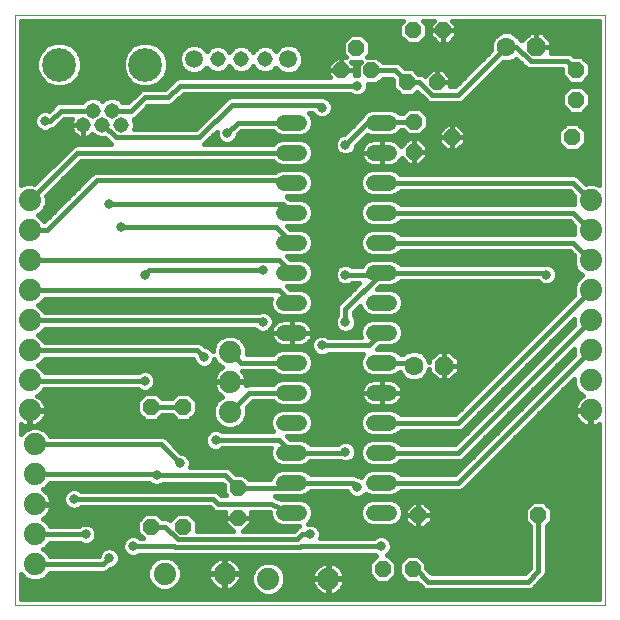
<source format=gbl>
G75*
%MOIN*%
%OFA0B0*%
%FSLAX25Y25*%
%IPPOS*%
%LPD*%
%AMOC8*
5,1,8,0,0,1.08239X$1,22.5*
%
%ADD10C,0.00000*%
%ADD11OC8,0.05200*%
%ADD12C,0.06300*%
%ADD13OC8,0.06300*%
%ADD14C,0.05150*%
%ADD15C,0.11220*%
%ADD16C,0.07400*%
%ADD17C,0.05200*%
%ADD18C,0.05937*%
%ADD19C,0.01600*%
%ADD20C,0.03169*%
D10*
X0005060Y0002431D02*
X0005060Y0199281D01*
X0201910Y0199281D01*
X0201910Y0002431D01*
X0005060Y0002431D01*
D11*
X0050532Y0028573D03*
X0061162Y0028573D03*
X0079469Y0031565D03*
X0079469Y0041565D03*
X0061162Y0068573D03*
X0050532Y0068573D03*
X0127658Y0014518D03*
X0137658Y0014518D03*
X0139580Y0032477D03*
X0179580Y0032477D03*
X0138091Y0153612D03*
X0138091Y0163612D03*
X0150769Y0158494D03*
X0145847Y0176801D03*
X0135847Y0176801D03*
X0123958Y0180738D03*
X0118958Y0188238D03*
X0113958Y0180738D03*
X0137895Y0194045D03*
X0147895Y0194045D03*
X0190769Y0158494D03*
X0192147Y0170935D03*
X0192147Y0180935D03*
D12*
X0168958Y0188612D03*
X0138091Y0082313D03*
D13*
X0148091Y0082313D03*
X0178958Y0188612D03*
D14*
X0088406Y0184478D03*
X0080532Y0184478D03*
X0072658Y0184478D03*
X0040532Y0162589D03*
X0037383Y0167313D03*
X0034233Y0162589D03*
X0031084Y0167313D03*
X0027934Y0162589D03*
D15*
X0019863Y0182667D03*
X0048603Y0182667D03*
D16*
X0010060Y0137431D03*
X0010060Y0127431D03*
X0010060Y0117431D03*
X0010060Y0107431D03*
X0010060Y0097431D03*
X0010060Y0087431D03*
X0010060Y0077431D03*
X0010060Y0067431D03*
X0011792Y0056132D03*
X0011792Y0046132D03*
X0011792Y0036132D03*
X0011792Y0026132D03*
X0011792Y0016132D03*
X0054981Y0012943D03*
X0074981Y0012943D03*
X0089588Y0011250D03*
X0109588Y0011250D03*
X0076792Y0066880D03*
X0076792Y0076880D03*
X0076792Y0086880D03*
X0197060Y0087431D03*
X0197060Y0077431D03*
X0197060Y0067431D03*
X0197060Y0097431D03*
X0197060Y0107431D03*
X0197060Y0117431D03*
X0197060Y0127431D03*
X0197060Y0137431D03*
D17*
X0129943Y0133297D02*
X0124743Y0133297D01*
X0124743Y0123297D02*
X0129943Y0123297D01*
X0129943Y0113297D02*
X0124743Y0113297D01*
X0124743Y0103297D02*
X0129943Y0103297D01*
X0129943Y0093297D02*
X0124743Y0093297D01*
X0124743Y0083297D02*
X0129943Y0083297D01*
X0129943Y0073297D02*
X0124743Y0073297D01*
X0124743Y0063297D02*
X0129943Y0063297D01*
X0129943Y0053297D02*
X0124743Y0053297D01*
X0124743Y0043297D02*
X0129943Y0043297D01*
X0129943Y0033297D02*
X0124743Y0033297D01*
X0099943Y0033297D02*
X0094743Y0033297D01*
X0094743Y0043297D02*
X0099943Y0043297D01*
X0099943Y0053297D02*
X0094743Y0053297D01*
X0094743Y0063297D02*
X0099943Y0063297D01*
X0099943Y0073297D02*
X0094743Y0073297D01*
X0094743Y0083297D02*
X0099943Y0083297D01*
X0099943Y0093297D02*
X0094743Y0093297D01*
X0094743Y0103297D02*
X0099943Y0103297D01*
X0099943Y0113297D02*
X0094743Y0113297D01*
X0094743Y0123297D02*
X0099943Y0123297D01*
X0099943Y0133297D02*
X0094743Y0133297D01*
X0094743Y0143297D02*
X0099943Y0143297D01*
X0099943Y0153297D02*
X0094743Y0153297D01*
X0094743Y0163297D02*
X0099943Y0163297D01*
X0124743Y0163297D02*
X0129943Y0163297D01*
X0129943Y0153297D02*
X0124743Y0153297D01*
X0124743Y0143297D02*
X0129943Y0143297D01*
D18*
X0096280Y0184478D03*
X0064784Y0184478D03*
D19*
X0062937Y0179866D02*
X0055680Y0179866D01*
X0056214Y0181154D02*
X0055055Y0178356D01*
X0052914Y0176216D01*
X0050117Y0175057D01*
X0047090Y0175057D01*
X0044292Y0176216D01*
X0042152Y0178356D01*
X0040993Y0181154D01*
X0040993Y0184181D01*
X0042152Y0186978D01*
X0044292Y0189119D01*
X0047090Y0190278D01*
X0050117Y0190278D01*
X0052914Y0189119D01*
X0055055Y0186978D01*
X0056214Y0184181D01*
X0056214Y0181154D01*
X0056214Y0181464D02*
X0060772Y0181464D01*
X0060572Y0181664D02*
X0061970Y0180266D01*
X0063796Y0179510D01*
X0065773Y0179510D01*
X0067599Y0180266D01*
X0068996Y0181664D01*
X0068998Y0181669D01*
X0070067Y0180600D01*
X0071748Y0179904D01*
X0073568Y0179904D01*
X0075250Y0180600D01*
X0076537Y0181887D01*
X0076595Y0182029D01*
X0076654Y0181887D01*
X0077941Y0180600D01*
X0079622Y0179904D01*
X0081442Y0179904D01*
X0083124Y0180600D01*
X0084411Y0181887D01*
X0084469Y0182029D01*
X0084528Y0181887D01*
X0085815Y0180600D01*
X0087496Y0179904D01*
X0089316Y0179904D01*
X0090998Y0180600D01*
X0092066Y0181669D01*
X0092068Y0181664D01*
X0093466Y0180266D01*
X0095292Y0179510D01*
X0097269Y0179510D01*
X0099095Y0180266D01*
X0100493Y0181664D01*
X0101249Y0183490D01*
X0101249Y0185467D01*
X0100493Y0187293D01*
X0099095Y0188690D01*
X0097269Y0189447D01*
X0095292Y0189447D01*
X0093466Y0188690D01*
X0092068Y0187293D01*
X0092066Y0187288D01*
X0090998Y0188357D01*
X0089316Y0189053D01*
X0087496Y0189053D01*
X0085815Y0188357D01*
X0084528Y0187070D01*
X0084469Y0186928D01*
X0084411Y0187070D01*
X0083124Y0188357D01*
X0081442Y0189053D01*
X0079622Y0189053D01*
X0077941Y0188357D01*
X0076654Y0187070D01*
X0076595Y0186928D01*
X0076537Y0187070D01*
X0075250Y0188357D01*
X0073568Y0189053D01*
X0071748Y0189053D01*
X0070067Y0188357D01*
X0068998Y0187288D01*
X0068996Y0187293D01*
X0067599Y0188690D01*
X0065773Y0189447D01*
X0063796Y0189447D01*
X0061970Y0188690D01*
X0060572Y0187293D01*
X0059816Y0185467D01*
X0059816Y0183490D01*
X0060572Y0181664D01*
X0059993Y0183063D02*
X0056214Y0183063D01*
X0056015Y0184661D02*
X0059816Y0184661D01*
X0060144Y0186260D02*
X0055352Y0186260D01*
X0054175Y0187858D02*
X0061138Y0187858D01*
X0066632Y0179866D02*
X0094433Y0179866D01*
X0092268Y0181464D02*
X0091862Y0181464D01*
X0091496Y0187858D02*
X0092634Y0187858D01*
X0098128Y0179866D02*
X0109558Y0179866D01*
X0109558Y0180738D02*
X0109558Y0178916D01*
X0110014Y0178459D01*
X0059621Y0178459D01*
X0058592Y0178033D01*
X0057804Y0177246D01*
X0055081Y0174522D01*
X0047810Y0174522D01*
X0046781Y0174096D01*
X0045993Y0173309D01*
X0042798Y0170113D01*
X0041053Y0170113D01*
X0039974Y0171191D01*
X0038293Y0171888D01*
X0036473Y0171888D01*
X0034791Y0171191D01*
X0034233Y0170633D01*
X0033675Y0171191D01*
X0031994Y0171888D01*
X0030174Y0171888D01*
X0028492Y0171191D01*
X0027414Y0170113D01*
X0019779Y0170113D01*
X0018750Y0169687D01*
X0016303Y0167240D01*
X0015839Y0167433D01*
X0014413Y0167433D01*
X0013096Y0166887D01*
X0012088Y0165879D01*
X0011542Y0164561D01*
X0011542Y0163135D01*
X0012088Y0161818D01*
X0013096Y0160810D01*
X0014413Y0160264D01*
X0015839Y0160264D01*
X0017156Y0160810D01*
X0017395Y0161048D01*
X0017428Y0161048D01*
X0018457Y0161475D01*
X0019245Y0162262D01*
X0021495Y0164513D01*
X0024005Y0164513D01*
X0023880Y0164268D01*
X0023667Y0163613D01*
X0023559Y0162933D01*
X0023559Y0162589D01*
X0027934Y0162589D01*
X0027934Y0162589D01*
X0023559Y0162589D01*
X0023559Y0162244D01*
X0023667Y0161564D01*
X0023880Y0160909D01*
X0024192Y0160296D01*
X0024597Y0159739D01*
X0025084Y0159252D01*
X0025641Y0158847D01*
X0026255Y0158534D01*
X0026910Y0158322D01*
X0027590Y0158214D01*
X0027934Y0158214D01*
X0028278Y0158214D01*
X0028958Y0158322D01*
X0029613Y0158534D01*
X0030227Y0158847D01*
X0030784Y0159252D01*
X0030942Y0159410D01*
X0031642Y0158710D01*
X0033323Y0158014D01*
X0035143Y0158014D01*
X0035214Y0158043D01*
X0037160Y0156097D01*
X0025369Y0156097D01*
X0024340Y0155671D01*
X0011623Y0142953D01*
X0011194Y0143131D01*
X0008926Y0143131D01*
X0007060Y0142358D01*
X0007060Y0197281D01*
X0134625Y0197281D01*
X0133295Y0195951D01*
X0133295Y0192140D01*
X0135989Y0189445D01*
X0139800Y0189445D01*
X0142495Y0192140D01*
X0142495Y0195951D01*
X0141164Y0197281D01*
X0144908Y0197281D01*
X0143495Y0195868D01*
X0143495Y0194045D01*
X0143495Y0192223D01*
X0146072Y0189645D01*
X0147895Y0189645D01*
X0149717Y0189645D01*
X0152295Y0192223D01*
X0152295Y0194045D01*
X0147895Y0194045D01*
X0147895Y0194045D01*
X0147895Y0189645D01*
X0147895Y0194045D01*
X0147895Y0194045D01*
X0152295Y0194045D01*
X0152295Y0195868D01*
X0150881Y0197281D01*
X0199910Y0197281D01*
X0199910Y0142420D01*
X0198194Y0143131D01*
X0195926Y0143131D01*
X0195497Y0142953D01*
X0192780Y0145671D01*
X0191751Y0146097D01*
X0133649Y0146097D01*
X0132549Y0147197D01*
X0130858Y0147897D01*
X0123828Y0147897D01*
X0122138Y0147197D01*
X0120844Y0145903D01*
X0120143Y0144212D01*
X0120143Y0142382D01*
X0120844Y0140692D01*
X0122138Y0139398D01*
X0123828Y0138697D01*
X0130858Y0138697D01*
X0132549Y0139398D01*
X0133649Y0140497D01*
X0190034Y0140497D01*
X0191538Y0138994D01*
X0191360Y0138565D01*
X0191360Y0136297D01*
X0191443Y0136097D01*
X0133649Y0136097D01*
X0132549Y0137197D01*
X0130858Y0137897D01*
X0123828Y0137897D01*
X0122138Y0137197D01*
X0120844Y0135903D01*
X0120143Y0134212D01*
X0120143Y0132382D01*
X0120844Y0130692D01*
X0122138Y0129398D01*
X0123828Y0128697D01*
X0130858Y0128697D01*
X0132549Y0129398D01*
X0133649Y0130497D01*
X0190034Y0130497D01*
X0191538Y0128994D01*
X0191360Y0128565D01*
X0191360Y0126297D01*
X0191443Y0126097D01*
X0133649Y0126097D01*
X0132549Y0127197D01*
X0130858Y0127897D01*
X0123828Y0127897D01*
X0122138Y0127197D01*
X0120844Y0125903D01*
X0120143Y0124212D01*
X0120143Y0122382D01*
X0120844Y0120692D01*
X0122138Y0119398D01*
X0123828Y0118697D01*
X0130858Y0118697D01*
X0132549Y0119398D01*
X0133649Y0120497D01*
X0190034Y0120497D01*
X0191538Y0118994D01*
X0191360Y0118565D01*
X0191360Y0116297D01*
X0192228Y0114202D01*
X0193831Y0112599D01*
X0194236Y0112431D01*
X0193831Y0112263D01*
X0192228Y0110660D01*
X0191360Y0108565D01*
X0191360Y0106297D01*
X0191538Y0105869D01*
X0151766Y0066097D01*
X0133649Y0066097D01*
X0132549Y0067197D01*
X0130858Y0067897D01*
X0123828Y0067897D01*
X0122138Y0067197D01*
X0120844Y0065903D01*
X0120143Y0064212D01*
X0120143Y0062382D01*
X0120844Y0060692D01*
X0122138Y0059398D01*
X0123828Y0058697D01*
X0130858Y0058697D01*
X0132549Y0059398D01*
X0133649Y0060497D01*
X0153483Y0060497D01*
X0154512Y0060924D01*
X0191360Y0097771D01*
X0191360Y0096297D01*
X0191538Y0095869D01*
X0151766Y0056097D01*
X0133649Y0056097D01*
X0132549Y0057197D01*
X0130858Y0057897D01*
X0123828Y0057897D01*
X0122138Y0057197D01*
X0120844Y0055903D01*
X0120143Y0054212D01*
X0120143Y0052382D01*
X0120844Y0050692D01*
X0122138Y0049398D01*
X0123828Y0048697D01*
X0130858Y0048697D01*
X0132549Y0049398D01*
X0133649Y0050497D01*
X0153483Y0050497D01*
X0154512Y0050924D01*
X0191360Y0087771D01*
X0191360Y0086297D01*
X0191538Y0085869D01*
X0151766Y0046097D01*
X0133649Y0046097D01*
X0132549Y0047197D01*
X0130858Y0047897D01*
X0123828Y0047897D01*
X0122138Y0047197D01*
X0120844Y0045903D01*
X0120529Y0045144D01*
X0119946Y0045385D01*
X0119609Y0045385D01*
X0119323Y0045671D01*
X0118294Y0046097D01*
X0103649Y0046097D01*
X0102549Y0047197D01*
X0100858Y0047897D01*
X0093828Y0047897D01*
X0092138Y0047197D01*
X0090844Y0045903D01*
X0090207Y0044365D01*
X0083175Y0044365D01*
X0081375Y0046165D01*
X0078829Y0046165D01*
X0076882Y0048112D01*
X0075853Y0048538D01*
X0063587Y0048538D01*
X0063762Y0048962D01*
X0063762Y0050388D01*
X0063217Y0051705D01*
X0062208Y0052714D01*
X0060891Y0053259D01*
X0060554Y0053259D01*
X0055307Y0058506D01*
X0054278Y0058932D01*
X0016802Y0058932D01*
X0016624Y0059361D01*
X0015021Y0060964D01*
X0012926Y0061832D01*
X0010658Y0061832D01*
X0008563Y0060964D01*
X0007060Y0059461D01*
X0007060Y0062812D01*
X0007177Y0062727D01*
X0007949Y0062334D01*
X0008772Y0062067D01*
X0009627Y0061931D01*
X0009860Y0061931D01*
X0009860Y0067231D01*
X0010260Y0067231D01*
X0010260Y0061931D01*
X0010493Y0061931D01*
X0011348Y0062067D01*
X0012171Y0062334D01*
X0012943Y0062727D01*
X0013643Y0063236D01*
X0014255Y0063848D01*
X0014764Y0064548D01*
X0015157Y0065320D01*
X0015425Y0066143D01*
X0015560Y0066998D01*
X0015560Y0067231D01*
X0010260Y0067231D01*
X0010260Y0067631D01*
X0015560Y0067631D01*
X0015560Y0067864D01*
X0015425Y0068719D01*
X0015157Y0069542D01*
X0014764Y0070314D01*
X0014255Y0071014D01*
X0013643Y0071626D01*
X0012943Y0072135D01*
X0012596Y0072312D01*
X0013289Y0072599D01*
X0014892Y0074202D01*
X0014988Y0074434D01*
X0046098Y0074434D01*
X0046337Y0074196D01*
X0047654Y0073650D01*
X0049080Y0073650D01*
X0050397Y0074196D01*
X0051406Y0075204D01*
X0051951Y0076521D01*
X0051951Y0077947D01*
X0051406Y0079265D01*
X0050397Y0080273D01*
X0049080Y0080818D01*
X0047654Y0080818D01*
X0046337Y0080273D01*
X0046098Y0080034D01*
X0015151Y0080034D01*
X0014892Y0080660D01*
X0013289Y0082263D01*
X0012884Y0082431D01*
X0013289Y0082599D01*
X0014892Y0084202D01*
X0015070Y0084631D01*
X0064468Y0084631D01*
X0064468Y0084395D01*
X0065014Y0083078D01*
X0066022Y0082070D01*
X0067339Y0081524D01*
X0068765Y0081524D01*
X0070082Y0082070D01*
X0071091Y0083078D01*
X0071636Y0084395D01*
X0071636Y0084433D01*
X0071960Y0083651D01*
X0073563Y0082048D01*
X0074256Y0081761D01*
X0073910Y0081584D01*
X0073209Y0081075D01*
X0072597Y0080463D01*
X0072088Y0079763D01*
X0071695Y0078991D01*
X0071428Y0078168D01*
X0071292Y0077313D01*
X0071292Y0077080D01*
X0076592Y0077080D01*
X0076592Y0076680D01*
X0071292Y0076680D01*
X0071292Y0076447D01*
X0071428Y0075592D01*
X0071695Y0074769D01*
X0072088Y0073997D01*
X0072597Y0073297D01*
X0073209Y0072685D01*
X0073910Y0072176D01*
X0074256Y0071999D01*
X0073563Y0071712D01*
X0071960Y0070109D01*
X0071092Y0068014D01*
X0071092Y0065746D01*
X0071960Y0063651D01*
X0073563Y0062048D01*
X0075658Y0061180D01*
X0077926Y0061180D01*
X0080021Y0062048D01*
X0081624Y0063651D01*
X0082492Y0065746D01*
X0082492Y0068014D01*
X0082315Y0068443D01*
X0084369Y0070497D01*
X0091038Y0070497D01*
X0092138Y0069398D01*
X0093828Y0068697D01*
X0100858Y0068697D01*
X0102549Y0069398D01*
X0103843Y0070692D01*
X0104543Y0072382D01*
X0104543Y0074212D01*
X0103843Y0075903D01*
X0102549Y0077197D01*
X0100858Y0077897D01*
X0093828Y0077897D01*
X0092138Y0077197D01*
X0091038Y0076097D01*
X0082653Y0076097D01*
X0082208Y0075913D01*
X0082292Y0076447D01*
X0082292Y0076680D01*
X0076992Y0076680D01*
X0076992Y0077080D01*
X0082292Y0077080D01*
X0082292Y0077313D01*
X0082157Y0078168D01*
X0081889Y0078991D01*
X0081496Y0079763D01*
X0080987Y0080463D01*
X0080953Y0080497D01*
X0091038Y0080497D01*
X0092138Y0079398D01*
X0093828Y0078697D01*
X0100858Y0078697D01*
X0102549Y0079398D01*
X0103843Y0080692D01*
X0104543Y0082382D01*
X0104543Y0084212D01*
X0103843Y0085903D01*
X0102549Y0087197D01*
X0100858Y0087897D01*
X0093828Y0087897D01*
X0092138Y0087197D01*
X0091038Y0086097D01*
X0082492Y0086097D01*
X0082492Y0088014D01*
X0081624Y0090109D01*
X0080021Y0091712D01*
X0077926Y0092580D01*
X0075658Y0092580D01*
X0073563Y0091712D01*
X0071960Y0090109D01*
X0071092Y0088014D01*
X0071092Y0087135D01*
X0071091Y0087139D01*
X0070082Y0088147D01*
X0068765Y0088693D01*
X0068428Y0088693D01*
X0067315Y0089805D01*
X0066286Y0090231D01*
X0015070Y0090231D01*
X0014892Y0090660D01*
X0013289Y0092263D01*
X0012884Y0092431D01*
X0013289Y0092599D01*
X0014892Y0094202D01*
X0015070Y0094631D01*
X0084956Y0094631D01*
X0085707Y0093881D01*
X0087024Y0093335D01*
X0088450Y0093335D01*
X0089767Y0093881D01*
X0090566Y0094679D01*
X0090452Y0094328D01*
X0090343Y0093644D01*
X0090343Y0093297D01*
X0090343Y0092951D01*
X0090452Y0092267D01*
X0090666Y0091608D01*
X0090980Y0090991D01*
X0091387Y0090431D01*
X0091877Y0089941D01*
X0092437Y0089534D01*
X0093054Y0089220D01*
X0093713Y0089006D01*
X0094397Y0088897D01*
X0097343Y0088897D01*
X0097343Y0093297D01*
X0090343Y0093297D01*
X0097343Y0093297D01*
X0097343Y0093297D01*
X0097344Y0093297D01*
X0097344Y0093297D01*
X0104343Y0093297D01*
X0104343Y0092951D01*
X0104235Y0092267D01*
X0104021Y0091608D01*
X0103707Y0090991D01*
X0103300Y0090431D01*
X0102810Y0089941D01*
X0102250Y0089534D01*
X0101632Y0089220D01*
X0100974Y0089006D01*
X0100290Y0088897D01*
X0097344Y0088897D01*
X0097344Y0093297D01*
X0104343Y0093297D01*
X0104343Y0093644D01*
X0104235Y0094328D01*
X0104021Y0094986D01*
X0103707Y0095603D01*
X0103300Y0096164D01*
X0102810Y0096653D01*
X0102250Y0097060D01*
X0101632Y0097375D01*
X0100974Y0097589D01*
X0100290Y0097697D01*
X0097344Y0097697D01*
X0097344Y0093297D01*
X0097343Y0093297D01*
X0097343Y0097697D01*
X0094397Y0097697D01*
X0093713Y0097589D01*
X0093054Y0097375D01*
X0092437Y0097060D01*
X0091877Y0096653D01*
X0091387Y0096164D01*
X0091193Y0095896D01*
X0091321Y0096206D01*
X0091321Y0097632D01*
X0090776Y0098950D01*
X0089767Y0099958D01*
X0088450Y0100504D01*
X0087024Y0100504D01*
X0086366Y0100231D01*
X0015070Y0100231D01*
X0014892Y0100660D01*
X0013289Y0102263D01*
X0012884Y0102431D01*
X0013289Y0102599D01*
X0014892Y0104202D01*
X0015070Y0104631D01*
X0090317Y0104631D01*
X0090143Y0104212D01*
X0090143Y0102382D01*
X0090844Y0100692D01*
X0092138Y0099398D01*
X0093828Y0098697D01*
X0100858Y0098697D01*
X0102549Y0099398D01*
X0103843Y0100692D01*
X0104543Y0102382D01*
X0104543Y0104212D01*
X0103843Y0105903D01*
X0102549Y0107197D01*
X0100858Y0107897D01*
X0096703Y0107897D01*
X0095903Y0108697D01*
X0100858Y0108697D01*
X0102549Y0109398D01*
X0103843Y0110692D01*
X0104543Y0112382D01*
X0104543Y0114212D01*
X0103843Y0115903D01*
X0102549Y0117197D01*
X0100858Y0117897D01*
X0096703Y0117897D01*
X0095903Y0118697D01*
X0100858Y0118697D01*
X0102549Y0119398D01*
X0103843Y0120692D01*
X0104543Y0122382D01*
X0104543Y0124212D01*
X0103843Y0125903D01*
X0102549Y0127197D01*
X0100858Y0127897D01*
X0096703Y0127897D01*
X0095903Y0128697D01*
X0100858Y0128697D01*
X0102549Y0129398D01*
X0103843Y0130692D01*
X0104543Y0132382D01*
X0104543Y0134212D01*
X0103843Y0135903D01*
X0102549Y0137197D01*
X0100858Y0137897D01*
X0096703Y0137897D01*
X0095937Y0138663D01*
X0095855Y0138697D01*
X0100858Y0138697D01*
X0102549Y0139398D01*
X0103843Y0140692D01*
X0104543Y0142382D01*
X0104543Y0144212D01*
X0103843Y0145903D01*
X0102549Y0147197D01*
X0100858Y0147897D01*
X0093828Y0147897D01*
X0092138Y0147197D01*
X0091904Y0146963D01*
X0032062Y0146963D01*
X0031033Y0146537D01*
X0030245Y0145749D01*
X0014969Y0130474D01*
X0014892Y0130660D01*
X0013289Y0132263D01*
X0012884Y0132431D01*
X0013289Y0132599D01*
X0014892Y0134202D01*
X0015760Y0136297D01*
X0015760Y0138565D01*
X0015582Y0138994D01*
X0027086Y0150497D01*
X0091038Y0150497D01*
X0092138Y0149398D01*
X0093828Y0148697D01*
X0100858Y0148697D01*
X0102549Y0149398D01*
X0103843Y0150692D01*
X0104543Y0152382D01*
X0104543Y0154212D01*
X0103843Y0155903D01*
X0102549Y0157197D01*
X0100858Y0157897D01*
X0093828Y0157897D01*
X0092138Y0157197D01*
X0091038Y0156097D01*
X0068198Y0156097D01*
X0072342Y0160241D01*
X0072342Y0159198D01*
X0072888Y0157881D01*
X0073896Y0156873D01*
X0075213Y0156327D01*
X0076639Y0156327D01*
X0077956Y0156873D01*
X0078965Y0157881D01*
X0079510Y0159198D01*
X0079510Y0159536D01*
X0080472Y0160497D01*
X0091038Y0160497D01*
X0092138Y0159398D01*
X0093828Y0158697D01*
X0100858Y0158697D01*
X0102549Y0159398D01*
X0103843Y0160692D01*
X0104543Y0162382D01*
X0104543Y0164212D01*
X0103843Y0165903D01*
X0103224Y0166522D01*
X0104295Y0166522D01*
X0104384Y0166308D01*
X0105392Y0165300D01*
X0106709Y0164754D01*
X0108135Y0164754D01*
X0109452Y0165300D01*
X0110461Y0166308D01*
X0111006Y0167625D01*
X0111006Y0169051D01*
X0110461Y0170368D01*
X0109452Y0171377D01*
X0109239Y0171465D01*
X0109008Y0171696D01*
X0107979Y0172122D01*
X0076906Y0172122D01*
X0075877Y0171696D01*
X0075089Y0170909D01*
X0075089Y0170908D01*
X0065395Y0161214D01*
X0044915Y0161214D01*
X0045107Y0161679D01*
X0045107Y0163499D01*
X0044662Y0164574D01*
X0045544Y0164939D01*
X0049527Y0168922D01*
X0056798Y0168922D01*
X0057827Y0169349D01*
X0058615Y0170136D01*
X0061338Y0172859D01*
X0116964Y0172859D01*
X0117203Y0172621D01*
X0118520Y0172075D01*
X0119946Y0172075D01*
X0121264Y0172621D01*
X0122272Y0173629D01*
X0122817Y0174946D01*
X0122817Y0176138D01*
X0125863Y0176138D01*
X0127663Y0177938D01*
X0130751Y0177938D01*
X0131247Y0177441D01*
X0131247Y0174896D01*
X0133942Y0172201D01*
X0137753Y0172201D01*
X0139150Y0173599D01*
X0141734Y0171015D01*
X0142522Y0170227D01*
X0143551Y0169801D01*
X0153504Y0169801D01*
X0154533Y0170227D01*
X0167816Y0183511D01*
X0167933Y0183462D01*
X0169982Y0183462D01*
X0171875Y0184246D01*
X0172261Y0184632D01*
X0174616Y0182276D01*
X0175404Y0181488D01*
X0176433Y0181062D01*
X0187547Y0181062D01*
X0187547Y0179030D01*
X0190241Y0176335D01*
X0194052Y0176335D01*
X0196747Y0179030D01*
X0196747Y0182840D01*
X0194052Y0185535D01*
X0191506Y0185535D01*
X0190805Y0186236D01*
X0189776Y0186662D01*
X0183908Y0186662D01*
X0183908Y0188612D01*
X0178958Y0188612D01*
X0178958Y0188612D01*
X0183908Y0188612D01*
X0183908Y0190663D01*
X0181008Y0193562D01*
X0178958Y0193562D01*
X0178958Y0188612D01*
X0178958Y0188612D01*
X0178958Y0193562D01*
X0176907Y0193562D01*
X0174079Y0190734D01*
X0173826Y0190986D01*
X0173491Y0191125D01*
X0173324Y0191529D01*
X0171875Y0192978D01*
X0169982Y0193762D01*
X0167933Y0193762D01*
X0166040Y0192978D01*
X0164592Y0191529D01*
X0163808Y0189637D01*
X0163808Y0187588D01*
X0163856Y0187471D01*
X0151787Y0175401D01*
X0150247Y0175401D01*
X0150247Y0176801D01*
X0145848Y0176801D01*
X0145848Y0176801D01*
X0150247Y0176801D01*
X0150247Y0178624D01*
X0147670Y0181201D01*
X0145847Y0181201D01*
X0144025Y0181201D01*
X0141746Y0178922D01*
X0141494Y0179175D01*
X0140465Y0179601D01*
X0139553Y0179601D01*
X0137753Y0181401D01*
X0135207Y0181401D01*
X0133496Y0183112D01*
X0132467Y0183538D01*
X0127663Y0183538D01*
X0125863Y0185338D01*
X0122563Y0185338D01*
X0123558Y0186333D01*
X0123558Y0190144D01*
X0120863Y0192838D01*
X0117052Y0192838D01*
X0114358Y0190144D01*
X0114358Y0186333D01*
X0115552Y0185138D01*
X0113958Y0185138D01*
X0113958Y0180738D01*
X0113958Y0180738D01*
X0118358Y0180738D01*
X0118358Y0179176D01*
X0118520Y0179244D01*
X0119358Y0179244D01*
X0119358Y0182644D01*
X0120352Y0183638D01*
X0117280Y0183638D01*
X0118358Y0182561D01*
X0118358Y0180738D01*
X0113958Y0180738D01*
X0113958Y0180738D01*
X0113957Y0180738D02*
X0109558Y0180738D01*
X0113957Y0180738D01*
X0113957Y0180738D01*
X0113958Y0180738D02*
X0113958Y0185138D01*
X0112135Y0185138D01*
X0109558Y0182561D01*
X0109558Y0180738D01*
X0109558Y0181464D02*
X0100293Y0181464D01*
X0101072Y0183063D02*
X0110060Y0183063D01*
X0111658Y0184661D02*
X0101249Y0184661D01*
X0100920Y0186260D02*
X0114431Y0186260D01*
X0114358Y0187858D02*
X0099927Y0187858D01*
X0113958Y0184661D02*
X0113958Y0184661D01*
X0113958Y0183063D02*
X0113958Y0183063D01*
X0113958Y0181464D02*
X0113958Y0181464D01*
X0117855Y0183063D02*
X0119777Y0183063D01*
X0119358Y0181464D02*
X0118358Y0181464D01*
X0118358Y0179866D02*
X0119358Y0179866D01*
X0123958Y0180738D02*
X0131910Y0180738D01*
X0135847Y0176801D01*
X0139908Y0176801D01*
X0144108Y0172601D01*
X0152947Y0172601D01*
X0168958Y0188612D01*
X0172240Y0188612D01*
X0176990Y0183862D01*
X0189219Y0183862D01*
X0192147Y0180935D01*
X0196747Y0181464D02*
X0199910Y0181464D01*
X0199910Y0179866D02*
X0196747Y0179866D01*
X0195984Y0178267D02*
X0199910Y0178267D01*
X0199910Y0176669D02*
X0194386Y0176669D01*
X0194052Y0175535D02*
X0190241Y0175535D01*
X0187547Y0172840D01*
X0187547Y0169030D01*
X0190241Y0166335D01*
X0194052Y0166335D01*
X0196747Y0169030D01*
X0196747Y0172840D01*
X0194052Y0175535D01*
X0194517Y0175070D02*
X0199910Y0175070D01*
X0199910Y0173472D02*
X0196115Y0173472D01*
X0196747Y0171873D02*
X0199910Y0171873D01*
X0199910Y0170275D02*
X0196747Y0170275D01*
X0196393Y0168676D02*
X0199910Y0168676D01*
X0199910Y0167078D02*
X0194795Y0167078D01*
X0192674Y0163094D02*
X0188863Y0163094D01*
X0186169Y0160399D01*
X0186169Y0156589D01*
X0188863Y0153894D01*
X0192674Y0153894D01*
X0195369Y0156589D01*
X0195369Y0160399D01*
X0192674Y0163094D01*
X0193486Y0162282D02*
X0199910Y0162282D01*
X0199910Y0160684D02*
X0195084Y0160684D01*
X0195369Y0159085D02*
X0199910Y0159085D01*
X0199910Y0157487D02*
X0195369Y0157487D01*
X0194668Y0155888D02*
X0199910Y0155888D01*
X0199910Y0154290D02*
X0193070Y0154290D01*
X0188468Y0154290D02*
X0152787Y0154290D01*
X0152591Y0154094D02*
X0155169Y0156672D01*
X0155169Y0158494D01*
X0150769Y0158494D01*
X0150769Y0158494D01*
X0155169Y0158494D01*
X0155169Y0160317D01*
X0152591Y0162894D01*
X0150769Y0162894D01*
X0150769Y0158494D01*
X0150769Y0154094D01*
X0152591Y0154094D01*
X0150769Y0154094D02*
X0150769Y0158494D01*
X0150769Y0158494D01*
X0150769Y0158494D01*
X0150769Y0162894D01*
X0148946Y0162894D01*
X0146369Y0160317D01*
X0146369Y0158494D01*
X0146369Y0156672D01*
X0148946Y0154094D01*
X0150769Y0154094D01*
X0150769Y0154290D02*
X0150769Y0154290D01*
X0150769Y0155888D02*
X0150769Y0155888D01*
X0150769Y0157487D02*
X0150769Y0157487D01*
X0150769Y0158494D02*
X0146369Y0158494D01*
X0150769Y0158494D01*
X0150769Y0158494D01*
X0150769Y0159085D02*
X0150769Y0159085D01*
X0150769Y0160684D02*
X0150769Y0160684D01*
X0150769Y0162282D02*
X0150769Y0162282D01*
X0148334Y0162282D02*
X0142691Y0162282D01*
X0142691Y0161707D02*
X0139997Y0159012D01*
X0136186Y0159012D01*
X0134386Y0160812D01*
X0133893Y0160812D01*
X0133843Y0160692D01*
X0132549Y0159398D01*
X0130858Y0158697D01*
X0123828Y0158697D01*
X0122521Y0159239D01*
X0118880Y0155599D01*
X0118880Y0155261D01*
X0118335Y0153944D01*
X0117327Y0152936D01*
X0116009Y0152390D01*
X0114583Y0152390D01*
X0113266Y0152936D01*
X0112258Y0153944D01*
X0111712Y0155261D01*
X0111712Y0156687D01*
X0112258Y0158005D01*
X0113266Y0159013D01*
X0114583Y0159559D01*
X0114921Y0159559D01*
X0120546Y0165184D01*
X0120844Y0165903D01*
X0122138Y0167197D01*
X0123828Y0167897D01*
X0130858Y0167897D01*
X0132549Y0167197D01*
X0133334Y0166412D01*
X0134386Y0166412D01*
X0136186Y0168212D01*
X0139997Y0168212D01*
X0142691Y0165518D01*
X0142691Y0161707D01*
X0141668Y0160684D02*
X0146736Y0160684D01*
X0146369Y0159085D02*
X0140070Y0159085D01*
X0139914Y0158012D02*
X0138092Y0158012D01*
X0138092Y0153612D01*
X0138092Y0153612D01*
X0142491Y0153612D01*
X0142491Y0151790D01*
X0139914Y0149212D01*
X0138092Y0149212D01*
X0138092Y0153612D01*
X0142491Y0153612D01*
X0142491Y0155435D01*
X0139914Y0158012D01*
X0140440Y0157487D02*
X0146369Y0157487D01*
X0147152Y0155888D02*
X0142038Y0155888D01*
X0142491Y0154290D02*
X0148751Y0154290D01*
X0154385Y0155888D02*
X0186869Y0155888D01*
X0186169Y0157487D02*
X0155169Y0157487D01*
X0155169Y0159085D02*
X0186169Y0159085D01*
X0186453Y0160684D02*
X0154802Y0160684D01*
X0153203Y0162282D02*
X0188051Y0162282D01*
X0189498Y0167078D02*
X0141131Y0167078D01*
X0142691Y0165479D02*
X0199910Y0165479D01*
X0199910Y0163881D02*
X0142691Y0163881D01*
X0138091Y0163612D02*
X0123721Y0163612D01*
X0127343Y0163297D01*
X0122619Y0163297D01*
X0115296Y0155974D01*
X0113440Y0159085D02*
X0101795Y0159085D01*
X0101850Y0157487D02*
X0112043Y0157487D01*
X0111712Y0155888D02*
X0103849Y0155888D01*
X0104511Y0154290D02*
X0112114Y0154290D01*
X0113857Y0152691D02*
X0104543Y0152691D01*
X0104009Y0151093D02*
X0120929Y0151093D01*
X0120980Y0150991D02*
X0121387Y0150431D01*
X0121877Y0149941D01*
X0122437Y0149534D01*
X0123054Y0149220D01*
X0123713Y0149006D01*
X0124397Y0148897D01*
X0127343Y0148897D01*
X0127343Y0153297D01*
X0120343Y0153297D01*
X0120343Y0152951D01*
X0120452Y0152267D01*
X0120666Y0151608D01*
X0120980Y0150991D01*
X0120385Y0152691D02*
X0116736Y0152691D01*
X0118478Y0154290D02*
X0120446Y0154290D01*
X0120452Y0154328D02*
X0120343Y0153644D01*
X0120343Y0153297D01*
X0127343Y0153297D01*
X0127343Y0153297D01*
X0127344Y0153297D01*
X0127344Y0148897D01*
X0130290Y0148897D01*
X0130974Y0149006D01*
X0131632Y0149220D01*
X0132250Y0149534D01*
X0132810Y0149941D01*
X0133300Y0150431D01*
X0133707Y0150991D01*
X0133971Y0151510D01*
X0136269Y0149212D01*
X0138091Y0149212D01*
X0138091Y0153612D01*
X0138092Y0153612D01*
X0138091Y0153612D01*
X0138091Y0158012D01*
X0136269Y0158012D01*
X0133758Y0155502D01*
X0133707Y0155603D01*
X0133300Y0156164D01*
X0132810Y0156653D01*
X0132250Y0157060D01*
X0131632Y0157375D01*
X0130974Y0157589D01*
X0130290Y0157697D01*
X0127344Y0157697D01*
X0127344Y0153297D01*
X0127343Y0153297D01*
X0127343Y0157697D01*
X0124397Y0157697D01*
X0123713Y0157589D01*
X0123054Y0157375D01*
X0122437Y0157060D01*
X0121877Y0156653D01*
X0121387Y0156164D01*
X0120980Y0155603D01*
X0120666Y0154986D01*
X0120452Y0154328D01*
X0121187Y0155888D02*
X0119170Y0155888D01*
X0120768Y0157487D02*
X0123399Y0157487D01*
X0122892Y0159085D02*
X0122367Y0159085D01*
X0127343Y0157487D02*
X0127344Y0157487D01*
X0127343Y0155888D02*
X0127344Y0155888D01*
X0127343Y0154290D02*
X0127344Y0154290D01*
X0127343Y0152691D02*
X0127344Y0152691D01*
X0127343Y0151093D02*
X0127344Y0151093D01*
X0127343Y0149494D02*
X0127344Y0149494D01*
X0130862Y0147896D02*
X0199910Y0147896D01*
X0199910Y0149494D02*
X0140196Y0149494D01*
X0138092Y0149494D02*
X0138091Y0149494D01*
X0138091Y0151093D02*
X0138092Y0151093D01*
X0138091Y0152691D02*
X0138092Y0152691D01*
X0138091Y0154290D02*
X0138092Y0154290D01*
X0138091Y0155888D02*
X0138092Y0155888D01*
X0138091Y0157487D02*
X0138092Y0157487D01*
X0135743Y0157487D02*
X0131288Y0157487D01*
X0131795Y0159085D02*
X0136113Y0159085D01*
X0134515Y0160684D02*
X0133835Y0160684D01*
X0134145Y0155888D02*
X0133500Y0155888D01*
X0133758Y0151093D02*
X0134388Y0151093D01*
X0135987Y0149494D02*
X0132171Y0149494D01*
X0133449Y0146297D02*
X0199910Y0146297D01*
X0199910Y0144699D02*
X0193752Y0144699D01*
X0195351Y0143100D02*
X0195851Y0143100D01*
X0198269Y0143100D02*
X0199910Y0143100D01*
X0197060Y0137431D02*
X0191194Y0143297D01*
X0127343Y0143297D01*
X0123825Y0147896D02*
X0100862Y0147896D01*
X0102646Y0149494D02*
X0122516Y0149494D01*
X0121238Y0146297D02*
X0103449Y0146297D01*
X0104342Y0144699D02*
X0120345Y0144699D01*
X0120143Y0143100D02*
X0104543Y0143100D01*
X0104179Y0141502D02*
X0120508Y0141502D01*
X0121632Y0139903D02*
X0103055Y0139903D01*
X0103040Y0136706D02*
X0121647Y0136706D01*
X0120514Y0135108D02*
X0104173Y0135108D01*
X0104543Y0133509D02*
X0120143Y0133509D01*
X0120339Y0131911D02*
X0104348Y0131911D01*
X0103464Y0130312D02*
X0121223Y0130312D01*
X0123789Y0128713D02*
X0100898Y0128713D01*
X0102631Y0127115D02*
X0122056Y0127115D01*
X0120684Y0125516D02*
X0104003Y0125516D01*
X0104543Y0123918D02*
X0120143Y0123918D01*
X0120169Y0122319D02*
X0104517Y0122319D01*
X0103855Y0120721D02*
X0120832Y0120721D01*
X0122802Y0119122D02*
X0101885Y0119122D01*
X0101760Y0117524D02*
X0122927Y0117524D01*
X0122138Y0117197D02*
X0123828Y0117897D01*
X0130858Y0117897D01*
X0132549Y0117197D01*
X0133649Y0116097D01*
X0181140Y0116097D01*
X0181512Y0116252D01*
X0182938Y0116252D01*
X0184256Y0115706D01*
X0185264Y0114698D01*
X0185810Y0113380D01*
X0185810Y0111954D01*
X0185264Y0110637D01*
X0184256Y0109629D01*
X0182938Y0109083D01*
X0181512Y0109083D01*
X0180195Y0109629D01*
X0179327Y0110497D01*
X0133649Y0110497D01*
X0132549Y0109398D01*
X0130858Y0108697D01*
X0126703Y0108697D01*
X0125903Y0107897D01*
X0130858Y0107897D01*
X0132549Y0107197D01*
X0133843Y0105903D01*
X0134543Y0104212D01*
X0134543Y0102382D01*
X0133843Y0100692D01*
X0132549Y0099398D01*
X0130858Y0098697D01*
X0123828Y0098697D01*
X0122138Y0099398D01*
X0120844Y0100692D01*
X0120215Y0102209D01*
X0118096Y0100090D01*
X0118096Y0099188D01*
X0118335Y0098950D01*
X0118880Y0097632D01*
X0118880Y0096206D01*
X0118335Y0094889D01*
X0117327Y0093881D01*
X0116009Y0093335D01*
X0114583Y0093335D01*
X0113266Y0093881D01*
X0112258Y0094889D01*
X0111712Y0096206D01*
X0111712Y0097632D01*
X0112258Y0098950D01*
X0112496Y0099188D01*
X0112496Y0101807D01*
X0112922Y0102836D01*
X0119954Y0109867D01*
X0117565Y0109867D01*
X0117327Y0109629D01*
X0116009Y0109083D01*
X0114583Y0109083D01*
X0113266Y0109629D01*
X0112258Y0110637D01*
X0111712Y0111954D01*
X0111712Y0113380D01*
X0112258Y0114698D01*
X0113266Y0115706D01*
X0114583Y0116252D01*
X0116009Y0116252D01*
X0117327Y0115706D01*
X0117565Y0115467D01*
X0120663Y0115467D01*
X0120844Y0115903D01*
X0122138Y0117197D01*
X0120866Y0115925D02*
X0116797Y0115925D01*
X0113796Y0115925D02*
X0103821Y0115925D01*
X0104496Y0114327D02*
X0112104Y0114327D01*
X0111712Y0112728D02*
X0104543Y0112728D01*
X0104025Y0111130D02*
X0112053Y0111130D01*
X0113501Y0109531D02*
X0102683Y0109531D01*
X0103412Y0106334D02*
X0116421Y0106334D01*
X0114822Y0104736D02*
X0104327Y0104736D01*
X0104543Y0103137D02*
X0113224Y0103137D01*
X0112496Y0101539D02*
X0104194Y0101539D01*
X0103092Y0099940D02*
X0112496Y0099940D01*
X0112006Y0098342D02*
X0091027Y0098342D01*
X0091321Y0096743D02*
X0092001Y0096743D01*
X0090343Y0093546D02*
X0088960Y0093546D01*
X0090555Y0091948D02*
X0079452Y0091948D01*
X0081384Y0090349D02*
X0091469Y0090349D01*
X0092093Y0087152D02*
X0082492Y0087152D01*
X0082187Y0088751D02*
X0103838Y0088751D01*
X0103838Y0088332D02*
X0104384Y0087015D01*
X0105392Y0086007D01*
X0106709Y0085461D01*
X0108135Y0085461D01*
X0109452Y0086007D01*
X0109691Y0086245D01*
X0121186Y0086245D01*
X0120844Y0085903D01*
X0120143Y0084212D01*
X0120143Y0082382D01*
X0120844Y0080692D01*
X0122138Y0079398D01*
X0123828Y0078697D01*
X0130858Y0078697D01*
X0132549Y0079398D01*
X0133380Y0080229D01*
X0133726Y0079396D01*
X0135174Y0077947D01*
X0137067Y0077163D01*
X0139116Y0077163D01*
X0141009Y0077947D01*
X0142457Y0079396D01*
X0143141Y0081047D01*
X0143141Y0080263D01*
X0146041Y0077363D01*
X0148091Y0077363D01*
X0148091Y0082313D01*
X0148091Y0087263D01*
X0146041Y0087263D01*
X0143141Y0084363D01*
X0143141Y0083579D01*
X0142457Y0085230D01*
X0141009Y0086679D01*
X0139116Y0087463D01*
X0137067Y0087463D01*
X0135174Y0086679D01*
X0134593Y0086097D01*
X0133649Y0086097D01*
X0132549Y0087197D01*
X0130858Y0087897D01*
X0125903Y0087897D01*
X0126703Y0088697D01*
X0130858Y0088697D01*
X0132549Y0089398D01*
X0133843Y0090692D01*
X0134543Y0092382D01*
X0134543Y0094212D01*
X0133843Y0095903D01*
X0132549Y0097197D01*
X0130858Y0097897D01*
X0123828Y0097897D01*
X0122138Y0097197D01*
X0120844Y0095903D01*
X0120143Y0094212D01*
X0120143Y0092382D01*
X0120366Y0091845D01*
X0109691Y0091845D01*
X0109452Y0092084D01*
X0108135Y0092630D01*
X0106709Y0092630D01*
X0105392Y0092084D01*
X0104384Y0091076D01*
X0103838Y0089758D01*
X0103838Y0088332D01*
X0104327Y0087152D02*
X0102594Y0087152D01*
X0103988Y0085554D02*
X0106486Y0085554D01*
X0108359Y0085554D02*
X0120699Y0085554D01*
X0120143Y0083955D02*
X0104543Y0083955D01*
X0104533Y0082357D02*
X0120154Y0082357D01*
X0120816Y0080758D02*
X0103871Y0080758D01*
X0101975Y0079160D02*
X0122712Y0079160D01*
X0123054Y0077375D02*
X0122437Y0077060D01*
X0121877Y0076653D01*
X0121387Y0076164D01*
X0120980Y0075603D01*
X0120666Y0074986D01*
X0120452Y0074328D01*
X0120343Y0073644D01*
X0120343Y0073297D01*
X0120343Y0072951D01*
X0120452Y0072267D01*
X0120666Y0071608D01*
X0120980Y0070991D01*
X0121387Y0070431D01*
X0121877Y0069941D01*
X0122437Y0069534D01*
X0123054Y0069220D01*
X0123713Y0069006D01*
X0124397Y0068897D01*
X0127343Y0068897D01*
X0127343Y0073297D01*
X0120343Y0073297D01*
X0127343Y0073297D01*
X0127343Y0073297D01*
X0127344Y0073297D01*
X0127344Y0073297D01*
X0134343Y0073297D01*
X0134343Y0072951D01*
X0134235Y0072267D01*
X0134021Y0071608D01*
X0133707Y0070991D01*
X0133300Y0070431D01*
X0132810Y0069941D01*
X0132250Y0069534D01*
X0131632Y0069220D01*
X0130974Y0069006D01*
X0130290Y0068897D01*
X0127344Y0068897D01*
X0127344Y0073297D01*
X0134343Y0073297D01*
X0134343Y0073644D01*
X0134235Y0074328D01*
X0134021Y0074986D01*
X0133707Y0075603D01*
X0133300Y0076164D01*
X0132810Y0076653D01*
X0132250Y0077060D01*
X0131632Y0077375D01*
X0130974Y0077589D01*
X0130290Y0077697D01*
X0127344Y0077697D01*
X0127344Y0073297D01*
X0127343Y0073297D01*
X0127343Y0077697D01*
X0124397Y0077697D01*
X0123713Y0077589D01*
X0123054Y0077375D01*
X0123628Y0077561D02*
X0101670Y0077561D01*
X0103783Y0075963D02*
X0121241Y0075963D01*
X0120464Y0074364D02*
X0104481Y0074364D01*
X0104543Y0072766D02*
X0120373Y0072766D01*
X0120891Y0071167D02*
X0104040Y0071167D01*
X0102720Y0069569D02*
X0122390Y0069569D01*
X0121312Y0066372D02*
X0103375Y0066372D01*
X0103843Y0065903D02*
X0102549Y0067197D01*
X0100858Y0067897D01*
X0093828Y0067897D01*
X0092138Y0067197D01*
X0090844Y0065903D01*
X0090143Y0064212D01*
X0090143Y0062382D01*
X0090844Y0060692D01*
X0091186Y0060349D01*
X0074258Y0060349D01*
X0074019Y0060588D01*
X0072702Y0061133D01*
X0071276Y0061133D01*
X0069959Y0060588D01*
X0068951Y0059580D01*
X0068405Y0058262D01*
X0068405Y0056836D01*
X0068951Y0055519D01*
X0069959Y0054511D01*
X0071276Y0053965D01*
X0072702Y0053965D01*
X0074019Y0054511D01*
X0074258Y0054749D01*
X0090366Y0054749D01*
X0090143Y0054212D01*
X0090143Y0052382D01*
X0090844Y0050692D01*
X0092138Y0049398D01*
X0093828Y0048697D01*
X0100858Y0048697D01*
X0102549Y0049398D01*
X0103649Y0050497D01*
X0113450Y0050497D01*
X0114583Y0050028D01*
X0116009Y0050028D01*
X0117327Y0050574D01*
X0118335Y0051582D01*
X0118880Y0052899D01*
X0118880Y0054325D01*
X0118335Y0055643D01*
X0117327Y0056651D01*
X0116009Y0057196D01*
X0114583Y0057196D01*
X0113266Y0056651D01*
X0112712Y0056097D01*
X0103649Y0056097D01*
X0102549Y0057197D01*
X0100858Y0057897D01*
X0096703Y0057897D01*
X0095903Y0058697D01*
X0100858Y0058697D01*
X0102549Y0059398D01*
X0103843Y0060692D01*
X0104543Y0062382D01*
X0104543Y0064212D01*
X0103843Y0065903D01*
X0104311Y0064773D02*
X0120376Y0064773D01*
X0120143Y0063175D02*
X0104543Y0063175D01*
X0104209Y0061576D02*
X0120477Y0061576D01*
X0121558Y0059978D02*
X0103129Y0059978D01*
X0102966Y0056780D02*
X0113579Y0056780D01*
X0117013Y0056780D02*
X0121721Y0056780D01*
X0120545Y0055182D02*
X0118526Y0055182D01*
X0118880Y0053583D02*
X0120143Y0053583D01*
X0120308Y0051985D02*
X0118502Y0051985D01*
X0116875Y0050386D02*
X0121149Y0050386D01*
X0123609Y0048788D02*
X0101077Y0048788D01*
X0102557Y0047189D02*
X0122130Y0047189D01*
X0120715Y0045591D02*
X0119403Y0045591D01*
X0117737Y0043297D02*
X0119233Y0041801D01*
X0117737Y0043297D02*
X0097343Y0043297D01*
X0095611Y0041565D01*
X0079469Y0041565D01*
X0075296Y0045738D01*
X0052304Y0045738D01*
X0051910Y0046132D01*
X0011792Y0046132D01*
X0014328Y0041013D02*
X0015021Y0041300D01*
X0016624Y0042903D01*
X0016802Y0043332D01*
X0049641Y0043332D01*
X0050274Y0042700D01*
X0051591Y0042154D01*
X0053017Y0042154D01*
X0054334Y0042700D01*
X0054573Y0042938D01*
X0074136Y0042938D01*
X0074869Y0042205D01*
X0074869Y0039660D01*
X0075427Y0039102D01*
X0073890Y0039102D01*
X0072754Y0040238D01*
X0071724Y0040664D01*
X0027014Y0040664D01*
X0026775Y0040903D01*
X0025458Y0041448D01*
X0024032Y0041448D01*
X0022715Y0040903D01*
X0021706Y0039894D01*
X0021161Y0038577D01*
X0021161Y0037151D01*
X0021706Y0035834D01*
X0022715Y0034826D01*
X0024032Y0034280D01*
X0025458Y0034280D01*
X0026775Y0034826D01*
X0027014Y0035064D01*
X0070008Y0035064D01*
X0070356Y0034716D01*
X0071144Y0033928D01*
X0072173Y0033502D01*
X0075184Y0033502D01*
X0075069Y0033387D01*
X0075069Y0031565D01*
X0079469Y0031565D01*
X0079469Y0031565D01*
X0075069Y0031565D01*
X0075069Y0029742D01*
X0077639Y0027173D01*
X0065762Y0027173D01*
X0065762Y0030478D01*
X0063068Y0033173D01*
X0059257Y0033173D01*
X0056920Y0030836D01*
X0056809Y0030947D01*
X0055780Y0031373D01*
X0054238Y0031373D01*
X0052438Y0033173D01*
X0048627Y0033173D01*
X0045932Y0030478D01*
X0045932Y0026667D01*
X0047684Y0024916D01*
X0046699Y0024916D01*
X0046460Y0025155D01*
X0045143Y0025700D01*
X0043717Y0025700D01*
X0042400Y0025155D01*
X0041391Y0024146D01*
X0040846Y0022829D01*
X0040846Y0021403D01*
X0041391Y0020086D01*
X0042400Y0019078D01*
X0043717Y0018532D01*
X0045143Y0018532D01*
X0046460Y0019078D01*
X0046699Y0019316D01*
X0057526Y0019316D01*
X0057872Y0019173D01*
X0100732Y0019173D01*
X0101078Y0019316D01*
X0124838Y0019316D01*
X0125077Y0019078D01*
X0125527Y0018891D01*
X0123058Y0016423D01*
X0123058Y0012612D01*
X0125753Y0009918D01*
X0129564Y0009918D01*
X0132258Y0012612D01*
X0132258Y0016423D01*
X0129564Y0019118D01*
X0129178Y0019118D01*
X0130146Y0020086D01*
X0130691Y0021403D01*
X0130691Y0022829D01*
X0130146Y0024146D01*
X0129138Y0025155D01*
X0127820Y0025700D01*
X0126394Y0025700D01*
X0125077Y0025155D01*
X0124838Y0024916D01*
X0106894Y0024916D01*
X0107069Y0025340D01*
X0107069Y0026766D01*
X0106524Y0028083D01*
X0105515Y0029092D01*
X0104198Y0029637D01*
X0102789Y0029637D01*
X0103843Y0030692D01*
X0104543Y0032382D01*
X0104543Y0034212D01*
X0103843Y0035903D01*
X0102549Y0037197D01*
X0100858Y0037897D01*
X0093828Y0037897D01*
X0093796Y0037884D01*
X0092004Y0038659D01*
X0091988Y0038676D01*
X0091772Y0038765D01*
X0093665Y0038765D01*
X0093828Y0038697D01*
X0100858Y0038697D01*
X0102549Y0039398D01*
X0103649Y0040497D01*
X0115894Y0040497D01*
X0116195Y0039771D01*
X0117203Y0038763D01*
X0118520Y0038217D01*
X0119946Y0038217D01*
X0121264Y0038763D01*
X0122018Y0039517D01*
X0122138Y0039398D01*
X0123828Y0038697D01*
X0130858Y0038697D01*
X0132549Y0039398D01*
X0133649Y0040497D01*
X0153483Y0040497D01*
X0154512Y0040924D01*
X0191360Y0077771D01*
X0191360Y0076297D01*
X0192228Y0074202D01*
X0193831Y0072599D01*
X0194524Y0072312D01*
X0194177Y0072135D01*
X0193477Y0071626D01*
X0192865Y0071014D01*
X0192356Y0070314D01*
X0191963Y0069542D01*
X0191695Y0068719D01*
X0191560Y0067864D01*
X0191560Y0067631D01*
X0196860Y0067631D01*
X0196860Y0067231D01*
X0197260Y0067231D01*
X0197260Y0061931D01*
X0197493Y0061931D01*
X0198348Y0062067D01*
X0199171Y0062334D01*
X0199910Y0062711D01*
X0199910Y0004431D01*
X0007060Y0004431D01*
X0007060Y0012803D01*
X0008563Y0011300D01*
X0010658Y0010432D01*
X0012926Y0010432D01*
X0015021Y0011300D01*
X0016624Y0012903D01*
X0016802Y0013332D01*
X0035066Y0013332D01*
X0036095Y0013758D01*
X0036932Y0014595D01*
X0037269Y0014595D01*
X0038586Y0015141D01*
X0039595Y0016149D01*
X0040140Y0017466D01*
X0040140Y0018892D01*
X0039595Y0020209D01*
X0038586Y0021218D01*
X0037269Y0021763D01*
X0035843Y0021763D01*
X0034526Y0021218D01*
X0033517Y0020209D01*
X0032988Y0018932D01*
X0016802Y0018932D01*
X0016624Y0019361D01*
X0015021Y0020964D01*
X0014616Y0021132D01*
X0015021Y0021300D01*
X0016624Y0022903D01*
X0016802Y0023332D01*
X0026334Y0023332D01*
X0026652Y0023015D01*
X0027969Y0022469D01*
X0029395Y0022469D01*
X0030712Y0023015D01*
X0031721Y0024023D01*
X0032266Y0025340D01*
X0032266Y0026766D01*
X0031721Y0028083D01*
X0030712Y0029092D01*
X0029395Y0029637D01*
X0027969Y0029637D01*
X0026652Y0029092D01*
X0026492Y0028932D01*
X0016802Y0028932D01*
X0016624Y0029361D01*
X0015021Y0030964D01*
X0014328Y0031251D01*
X0014675Y0031428D01*
X0015375Y0031937D01*
X0015987Y0032549D01*
X0016496Y0033249D01*
X0016889Y0034021D01*
X0017157Y0034844D01*
X0017292Y0035699D01*
X0017292Y0035932D01*
X0011992Y0035932D01*
X0011992Y0036332D01*
X0017292Y0036332D01*
X0017292Y0036565D01*
X0017157Y0037420D01*
X0016889Y0038243D01*
X0016496Y0039015D01*
X0015987Y0039715D01*
X0015375Y0040327D01*
X0014675Y0040836D01*
X0014328Y0041013D01*
X0014731Y0040795D02*
X0022607Y0040795D01*
X0021417Y0039197D02*
X0016364Y0039197D01*
X0017099Y0037598D02*
X0021161Y0037598D01*
X0021638Y0036000D02*
X0011992Y0036000D01*
X0016172Y0032803D02*
X0048257Y0032803D01*
X0046659Y0031204D02*
X0014441Y0031204D01*
X0016379Y0029606D02*
X0027893Y0029606D01*
X0029471Y0029606D02*
X0045932Y0029606D01*
X0045932Y0028007D02*
X0031752Y0028007D01*
X0032266Y0026409D02*
X0046191Y0026409D01*
X0042055Y0024810D02*
X0032047Y0024810D01*
X0030910Y0023212D02*
X0041004Y0023212D01*
X0040846Y0021613D02*
X0037631Y0021613D01*
X0035481Y0021613D02*
X0015335Y0021613D01*
X0015970Y0020015D02*
X0033437Y0020015D01*
X0036556Y0018179D02*
X0034509Y0016132D01*
X0011792Y0016132D01*
X0007841Y0012022D02*
X0007060Y0012022D01*
X0007060Y0010424D02*
X0049855Y0010424D01*
X0050149Y0009714D02*
X0049281Y0011809D01*
X0049281Y0014077D01*
X0050149Y0016172D01*
X0051752Y0017775D01*
X0053847Y0018643D01*
X0056115Y0018643D01*
X0058210Y0017775D01*
X0059813Y0016172D01*
X0060681Y0014077D01*
X0060681Y0011809D01*
X0059813Y0009714D01*
X0058210Y0008111D01*
X0056115Y0007243D01*
X0053847Y0007243D01*
X0051752Y0008111D01*
X0050149Y0009714D01*
X0051038Y0008825D02*
X0007060Y0008825D01*
X0007060Y0007227D02*
X0085550Y0007227D01*
X0084755Y0008021D02*
X0086359Y0006418D01*
X0088454Y0005550D01*
X0090721Y0005550D01*
X0092816Y0006418D01*
X0094420Y0008021D01*
X0095288Y0010116D01*
X0095288Y0012384D01*
X0094420Y0014479D01*
X0092816Y0016082D01*
X0090721Y0016950D01*
X0088454Y0016950D01*
X0086359Y0016082D01*
X0084755Y0014479D01*
X0083888Y0012384D01*
X0083888Y0010116D01*
X0084755Y0008021D01*
X0084422Y0008825D02*
X0078642Y0008825D01*
X0078564Y0008748D02*
X0079176Y0009360D01*
X0079685Y0010060D01*
X0080078Y0010832D01*
X0080346Y0011655D01*
X0080481Y0012510D01*
X0080481Y0012743D01*
X0075181Y0012743D01*
X0075181Y0007443D01*
X0075414Y0007443D01*
X0076269Y0007578D01*
X0077093Y0007846D01*
X0077864Y0008239D01*
X0078564Y0008748D01*
X0079870Y0010424D02*
X0083888Y0010424D01*
X0083888Y0012022D02*
X0080404Y0012022D01*
X0080481Y0013143D02*
X0080481Y0013376D01*
X0080346Y0014231D01*
X0080078Y0015054D01*
X0079685Y0015826D01*
X0079176Y0016526D01*
X0078564Y0017138D01*
X0077864Y0017647D01*
X0077093Y0018040D01*
X0076269Y0018307D01*
X0075414Y0018443D01*
X0075181Y0018443D01*
X0075181Y0013143D01*
X0074781Y0013143D01*
X0074781Y0012743D01*
X0069481Y0012743D01*
X0069481Y0012510D01*
X0069617Y0011655D01*
X0069884Y0010832D01*
X0070277Y0010060D01*
X0070786Y0009360D01*
X0071398Y0008748D01*
X0072099Y0008239D01*
X0072870Y0007846D01*
X0073693Y0007578D01*
X0074548Y0007443D01*
X0074781Y0007443D01*
X0074781Y0012743D01*
X0075181Y0012743D01*
X0075181Y0013143D01*
X0080481Y0013143D01*
X0080442Y0013621D02*
X0084400Y0013621D01*
X0085496Y0015219D02*
X0079994Y0015219D01*
X0078885Y0016818D02*
X0088134Y0016818D01*
X0091041Y0016818D02*
X0123453Y0016818D01*
X0123058Y0015219D02*
X0113397Y0015219D01*
X0113171Y0015445D02*
X0112470Y0015954D01*
X0111699Y0016347D01*
X0110875Y0016615D01*
X0110020Y0016750D01*
X0109788Y0016750D01*
X0109788Y0011450D01*
X0115088Y0011450D01*
X0115088Y0011683D01*
X0114952Y0012538D01*
X0114685Y0013361D01*
X0114292Y0014133D01*
X0113783Y0014833D01*
X0113171Y0015445D01*
X0114552Y0013621D02*
X0123058Y0013621D01*
X0123649Y0012022D02*
X0115034Y0012022D01*
X0115088Y0011050D02*
X0109788Y0011050D01*
X0109788Y0011450D01*
X0109388Y0011450D01*
X0109388Y0016750D01*
X0109155Y0016750D01*
X0108300Y0016615D01*
X0107476Y0016347D01*
X0106705Y0015954D01*
X0106005Y0015445D01*
X0105392Y0014833D01*
X0104884Y0014133D01*
X0104491Y0013361D01*
X0104223Y0012538D01*
X0104088Y0011683D01*
X0104088Y0011450D01*
X0109387Y0011450D01*
X0109387Y0011050D01*
X0104088Y0011050D01*
X0104088Y0010817D01*
X0104223Y0009962D01*
X0104491Y0009139D01*
X0104884Y0008367D01*
X0105392Y0007667D01*
X0106005Y0007055D01*
X0106705Y0006546D01*
X0107476Y0006153D01*
X0108300Y0005885D01*
X0109155Y0005750D01*
X0109388Y0005750D01*
X0109388Y0011050D01*
X0109788Y0011050D01*
X0109788Y0005750D01*
X0110020Y0005750D01*
X0110875Y0005885D01*
X0111699Y0006153D01*
X0112470Y0006546D01*
X0113171Y0007055D01*
X0113783Y0007667D01*
X0114292Y0008367D01*
X0114685Y0009139D01*
X0114952Y0009962D01*
X0115088Y0010817D01*
X0115088Y0011050D01*
X0115025Y0010424D02*
X0125247Y0010424D01*
X0130070Y0010424D02*
X0135247Y0010424D01*
X0135753Y0009918D02*
X0133058Y0012612D01*
X0133058Y0016423D01*
X0135753Y0019118D01*
X0139564Y0019118D01*
X0142258Y0016423D01*
X0142258Y0014862D01*
X0144015Y0013105D01*
X0174974Y0013105D01*
X0176760Y0014891D01*
X0176760Y0028792D01*
X0174980Y0030571D01*
X0174980Y0034382D01*
X0177675Y0037077D01*
X0181486Y0037077D01*
X0184180Y0034382D01*
X0184180Y0030571D01*
X0182360Y0028751D01*
X0182360Y0013174D01*
X0181934Y0012145D01*
X0181146Y0011357D01*
X0177720Y0007931D01*
X0176691Y0007505D01*
X0142298Y0007505D01*
X0141269Y0007931D01*
X0140482Y0008719D01*
X0139283Y0009918D01*
X0135753Y0009918D01*
X0133649Y0012022D02*
X0131668Y0012022D01*
X0132258Y0013621D02*
X0133058Y0013621D01*
X0133058Y0015219D02*
X0132258Y0015219D01*
X0131864Y0016818D02*
X0133453Y0016818D01*
X0135052Y0018416D02*
X0130265Y0018416D01*
X0130075Y0020015D02*
X0176760Y0020015D01*
X0176760Y0021613D02*
X0130691Y0021613D01*
X0130533Y0023212D02*
X0176760Y0023212D01*
X0176760Y0024810D02*
X0129482Y0024810D01*
X0127107Y0022116D02*
X0100319Y0022116D01*
X0100175Y0021973D01*
X0058429Y0021973D01*
X0058285Y0022116D01*
X0044430Y0022116D01*
X0041463Y0020015D02*
X0039675Y0020015D01*
X0040140Y0018416D02*
X0053300Y0018416D01*
X0056662Y0018416D02*
X0074380Y0018416D01*
X0074548Y0018443D02*
X0073693Y0018307D01*
X0072870Y0018040D01*
X0072099Y0017647D01*
X0071398Y0017138D01*
X0070786Y0016526D01*
X0070277Y0015826D01*
X0069884Y0015054D01*
X0069617Y0014231D01*
X0069481Y0013376D01*
X0069481Y0013143D01*
X0074781Y0013143D01*
X0074781Y0018443D01*
X0074548Y0018443D01*
X0074781Y0018416D02*
X0075181Y0018416D01*
X0075583Y0018416D02*
X0125052Y0018416D01*
X0123828Y0028697D02*
X0122138Y0029398D01*
X0120844Y0030692D01*
X0120143Y0032382D01*
X0120143Y0034212D01*
X0120844Y0035903D01*
X0122138Y0037197D01*
X0123828Y0037897D01*
X0130858Y0037897D01*
X0132549Y0037197D01*
X0133843Y0035903D01*
X0134543Y0034212D01*
X0134543Y0032382D01*
X0133843Y0030692D01*
X0132549Y0029398D01*
X0130858Y0028697D01*
X0123828Y0028697D01*
X0121930Y0029606D02*
X0104274Y0029606D01*
X0104056Y0031204D02*
X0120631Y0031204D01*
X0120143Y0032803D02*
X0104543Y0032803D01*
X0104465Y0034401D02*
X0120222Y0034401D01*
X0120941Y0036000D02*
X0103746Y0036000D01*
X0101580Y0037598D02*
X0123107Y0037598D01*
X0122622Y0039197D02*
X0121698Y0039197D01*
X0116769Y0039197D02*
X0102065Y0039197D01*
X0097343Y0033297D02*
X0090402Y0036302D01*
X0072730Y0036302D01*
X0071168Y0037864D01*
X0024745Y0037864D01*
X0023739Y0034401D02*
X0017013Y0034401D01*
X0016115Y0042394D02*
X0051012Y0042394D01*
X0053596Y0042394D02*
X0074681Y0042394D01*
X0074869Y0040795D02*
X0026883Y0040795D01*
X0025751Y0034401D02*
X0070671Y0034401D01*
X0075069Y0032803D02*
X0063438Y0032803D01*
X0065036Y0031204D02*
X0075069Y0031204D01*
X0075206Y0029606D02*
X0065762Y0029606D01*
X0065762Y0028007D02*
X0076805Y0028007D01*
X0079470Y0031565D02*
X0079470Y0031565D01*
X0083869Y0031565D01*
X0083869Y0033387D01*
X0083755Y0033502D01*
X0089822Y0033502D01*
X0090143Y0033363D01*
X0090143Y0032382D01*
X0090844Y0030692D01*
X0092138Y0029398D01*
X0093828Y0028697D01*
X0099928Y0028697D01*
X0099275Y0028427D01*
X0098488Y0027639D01*
X0098021Y0027173D01*
X0081300Y0027173D01*
X0083869Y0029742D01*
X0083869Y0031565D01*
X0079470Y0031565D01*
X0082134Y0028007D02*
X0098856Y0028007D01*
X0098488Y0027639D02*
X0098488Y0027639D01*
X0100862Y0026053D02*
X0099181Y0024373D01*
X0059423Y0024373D01*
X0055223Y0028573D01*
X0050532Y0028573D01*
X0052808Y0032803D02*
X0058887Y0032803D01*
X0057288Y0031204D02*
X0056186Y0031204D01*
X0059167Y0016818D02*
X0071078Y0016818D01*
X0069968Y0015219D02*
X0060208Y0015219D01*
X0060681Y0013621D02*
X0069520Y0013621D01*
X0069559Y0012022D02*
X0060681Y0012022D01*
X0060107Y0010424D02*
X0070092Y0010424D01*
X0071321Y0008825D02*
X0058925Y0008825D01*
X0049281Y0012022D02*
X0015744Y0012022D01*
X0007060Y0005628D02*
X0088265Y0005628D01*
X0090910Y0005628D02*
X0199910Y0005628D01*
X0199910Y0007227D02*
X0113342Y0007227D01*
X0114525Y0008825D02*
X0140375Y0008825D01*
X0142855Y0010305D02*
X0176134Y0010305D01*
X0179560Y0013731D01*
X0179560Y0032456D01*
X0179580Y0032477D01*
X0182563Y0036000D02*
X0199910Y0036000D01*
X0199910Y0037598D02*
X0131580Y0037598D01*
X0132065Y0039197D02*
X0199910Y0039197D01*
X0199910Y0040795D02*
X0154203Y0040795D01*
X0155983Y0042394D02*
X0199910Y0042394D01*
X0199910Y0043992D02*
X0157581Y0043992D01*
X0159180Y0045591D02*
X0199910Y0045591D01*
X0199910Y0047189D02*
X0160778Y0047189D01*
X0162377Y0048788D02*
X0199910Y0048788D01*
X0199910Y0050386D02*
X0163975Y0050386D01*
X0165574Y0051985D02*
X0199910Y0051985D01*
X0199910Y0053583D02*
X0167172Y0053583D01*
X0168771Y0055182D02*
X0199910Y0055182D01*
X0199910Y0056780D02*
X0170369Y0056780D01*
X0171968Y0058379D02*
X0199910Y0058379D01*
X0199910Y0059978D02*
X0173566Y0059978D01*
X0175165Y0061576D02*
X0199910Y0061576D01*
X0196860Y0061931D02*
X0196860Y0067231D01*
X0191560Y0067231D01*
X0191560Y0066998D01*
X0191695Y0066143D01*
X0191963Y0065320D01*
X0192356Y0064548D01*
X0192865Y0063848D01*
X0193477Y0063236D01*
X0194177Y0062727D01*
X0194949Y0062334D01*
X0195772Y0062067D01*
X0196627Y0061931D01*
X0196860Y0061931D01*
X0196860Y0063175D02*
X0197260Y0063175D01*
X0197260Y0064773D02*
X0196860Y0064773D01*
X0196860Y0066372D02*
X0197260Y0066372D01*
X0193561Y0063175D02*
X0176763Y0063175D01*
X0178362Y0064773D02*
X0192242Y0064773D01*
X0191659Y0066372D02*
X0179960Y0066372D01*
X0181559Y0067970D02*
X0191577Y0067970D01*
X0191976Y0069569D02*
X0183157Y0069569D01*
X0184756Y0071167D02*
X0193018Y0071167D01*
X0193664Y0072766D02*
X0186354Y0072766D01*
X0187953Y0074364D02*
X0192161Y0074364D01*
X0191499Y0075963D02*
X0189551Y0075963D01*
X0191150Y0077561D02*
X0191360Y0077561D01*
X0188026Y0082357D02*
X0185945Y0082357D01*
X0186427Y0080758D02*
X0184347Y0080758D01*
X0184829Y0079160D02*
X0182748Y0079160D01*
X0183230Y0077561D02*
X0181150Y0077561D01*
X0181632Y0075963D02*
X0179551Y0075963D01*
X0180033Y0074364D02*
X0177953Y0074364D01*
X0178435Y0072766D02*
X0176354Y0072766D01*
X0176836Y0071167D02*
X0174756Y0071167D01*
X0175238Y0069569D02*
X0173157Y0069569D01*
X0173639Y0067970D02*
X0171559Y0067970D01*
X0172041Y0066372D02*
X0169960Y0066372D01*
X0170442Y0064773D02*
X0168362Y0064773D01*
X0168844Y0063175D02*
X0166763Y0063175D01*
X0167245Y0061576D02*
X0165165Y0061576D01*
X0165647Y0059978D02*
X0163566Y0059978D01*
X0164048Y0058379D02*
X0161968Y0058379D01*
X0162450Y0056780D02*
X0160369Y0056780D01*
X0160851Y0055182D02*
X0158771Y0055182D01*
X0159253Y0053583D02*
X0157172Y0053583D01*
X0157654Y0051985D02*
X0155574Y0051985D01*
X0156056Y0050386D02*
X0133538Y0050386D01*
X0131077Y0048788D02*
X0154457Y0048788D01*
X0152859Y0047189D02*
X0132557Y0047189D01*
X0127343Y0043297D02*
X0152926Y0043297D01*
X0197060Y0087431D01*
X0191360Y0087152D02*
X0190741Y0087152D01*
X0191223Y0085554D02*
X0189142Y0085554D01*
X0189624Y0083955D02*
X0187544Y0083955D01*
X0182821Y0087152D02*
X0180741Y0087152D01*
X0181223Y0085554D02*
X0179142Y0085554D01*
X0179624Y0083955D02*
X0177544Y0083955D01*
X0178026Y0082357D02*
X0175945Y0082357D01*
X0176427Y0080758D02*
X0174347Y0080758D01*
X0174829Y0079160D02*
X0172748Y0079160D01*
X0173230Y0077561D02*
X0171150Y0077561D01*
X0171632Y0075963D02*
X0169551Y0075963D01*
X0170033Y0074364D02*
X0167953Y0074364D01*
X0168435Y0072766D02*
X0166354Y0072766D01*
X0166836Y0071167D02*
X0164756Y0071167D01*
X0165238Y0069569D02*
X0163157Y0069569D01*
X0163639Y0067970D02*
X0161559Y0067970D01*
X0162041Y0066372D02*
X0159960Y0066372D01*
X0160442Y0064773D02*
X0158362Y0064773D01*
X0158844Y0063175D02*
X0156763Y0063175D01*
X0157245Y0061576D02*
X0155165Y0061576D01*
X0155647Y0059978D02*
X0133129Y0059978D01*
X0132966Y0056780D02*
X0152450Y0056780D01*
X0154048Y0058379D02*
X0096221Y0058379D01*
X0093091Y0057549D02*
X0097343Y0053297D01*
X0114981Y0053297D01*
X0115296Y0053612D01*
X0113718Y0050386D02*
X0103538Y0050386D01*
X0093609Y0048788D02*
X0063690Y0048788D01*
X0063762Y0050386D02*
X0091149Y0050386D01*
X0090308Y0051985D02*
X0062937Y0051985D01*
X0060230Y0053583D02*
X0090143Y0053583D01*
X0093091Y0057549D02*
X0071989Y0057549D01*
X0069349Y0059978D02*
X0016008Y0059978D01*
X0013544Y0061576D02*
X0074702Y0061576D01*
X0072437Y0063175D02*
X0013558Y0063175D01*
X0014878Y0064773D02*
X0047827Y0064773D01*
X0048627Y0063973D02*
X0052438Y0063973D01*
X0054238Y0065773D01*
X0057457Y0065773D01*
X0059257Y0063973D01*
X0063068Y0063973D01*
X0065762Y0066667D01*
X0065762Y0070478D01*
X0063068Y0073173D01*
X0059257Y0073173D01*
X0057457Y0071373D01*
X0054238Y0071373D01*
X0052438Y0073173D01*
X0048627Y0073173D01*
X0045932Y0070478D01*
X0045932Y0066667D01*
X0048627Y0063973D01*
X0046228Y0066372D02*
X0015461Y0066372D01*
X0015543Y0067970D02*
X0045932Y0067970D01*
X0045932Y0069569D02*
X0015144Y0069569D01*
X0014102Y0071167D02*
X0046621Y0071167D01*
X0048220Y0072766D02*
X0013456Y0072766D01*
X0014959Y0074364D02*
X0046168Y0074364D01*
X0048367Y0077234D02*
X0010257Y0077234D01*
X0010060Y0077431D01*
X0013063Y0082357D02*
X0065735Y0082357D01*
X0064650Y0083955D02*
X0014645Y0083955D01*
X0014794Y0080758D02*
X0047508Y0080758D01*
X0049226Y0080758D02*
X0072892Y0080758D01*
X0073254Y0082357D02*
X0070369Y0082357D01*
X0071454Y0083955D02*
X0071834Y0083955D01*
X0071092Y0087152D02*
X0071077Y0087152D01*
X0071398Y0088751D02*
X0068369Y0088751D01*
X0065729Y0087431D02*
X0068052Y0085108D01*
X0065729Y0087431D02*
X0010060Y0087431D01*
X0013604Y0091948D02*
X0074132Y0091948D01*
X0072201Y0090349D02*
X0015021Y0090349D01*
X0014236Y0093546D02*
X0086514Y0093546D01*
X0087737Y0096919D02*
X0087225Y0097431D01*
X0010060Y0097431D01*
X0014013Y0101539D02*
X0090493Y0101539D01*
X0090143Y0103137D02*
X0013827Y0103137D01*
X0010060Y0107431D02*
X0093210Y0107431D01*
X0097343Y0103297D01*
X0096668Y0107933D02*
X0118019Y0107933D01*
X0117091Y0109531D02*
X0119618Y0109531D01*
X0115296Y0112667D02*
X0126714Y0112667D01*
X0127343Y0113297D01*
X0115296Y0101250D01*
X0115296Y0096919D01*
X0114073Y0093546D02*
X0104343Y0093546D01*
X0104131Y0091948D02*
X0105256Y0091948D01*
X0104083Y0090349D02*
X0103218Y0090349D01*
X0107422Y0089045D02*
X0123091Y0089045D01*
X0127343Y0093297D01*
X0130988Y0088751D02*
X0174420Y0088751D01*
X0176018Y0090349D02*
X0133501Y0090349D01*
X0134363Y0091948D02*
X0177617Y0091948D01*
X0179215Y0093546D02*
X0134543Y0093546D01*
X0134157Y0095145D02*
X0180814Y0095145D01*
X0182412Y0096743D02*
X0133003Y0096743D01*
X0133092Y0099940D02*
X0185609Y0099940D01*
X0184011Y0098342D02*
X0118587Y0098342D01*
X0118880Y0096743D02*
X0121684Y0096743D01*
X0120530Y0095145D02*
X0118441Y0095145D01*
X0120143Y0093546D02*
X0116519Y0093546D01*
X0120323Y0091948D02*
X0109589Y0091948D01*
X0112152Y0095145D02*
X0103940Y0095145D01*
X0102686Y0096743D02*
X0111712Y0096743D01*
X0118096Y0099940D02*
X0121595Y0099940D01*
X0120493Y0101539D02*
X0119545Y0101539D01*
X0125939Y0107933D02*
X0191360Y0107933D01*
X0191360Y0106334D02*
X0133412Y0106334D01*
X0134327Y0104736D02*
X0190405Y0104736D01*
X0188806Y0103137D02*
X0134543Y0103137D01*
X0134194Y0101539D02*
X0187208Y0101539D01*
X0190332Y0096743D02*
X0191360Y0096743D01*
X0190814Y0095145D02*
X0188733Y0095145D01*
X0189215Y0093546D02*
X0187135Y0093546D01*
X0187617Y0091948D02*
X0185536Y0091948D01*
X0186018Y0090349D02*
X0183938Y0090349D01*
X0184420Y0088751D02*
X0182339Y0088751D01*
X0172821Y0087152D02*
X0150253Y0087152D01*
X0150142Y0087263D02*
X0148092Y0087263D01*
X0148092Y0082313D01*
X0153041Y0082313D01*
X0153041Y0084363D01*
X0150142Y0087263D01*
X0148092Y0087152D02*
X0148091Y0087152D01*
X0148091Y0085554D02*
X0148092Y0085554D01*
X0148091Y0083955D02*
X0148092Y0083955D01*
X0148091Y0082357D02*
X0148092Y0082357D01*
X0148092Y0082313D02*
X0148091Y0082313D01*
X0148092Y0082313D01*
X0148092Y0082313D01*
X0153041Y0082313D01*
X0153041Y0080263D01*
X0150142Y0077363D01*
X0148092Y0077363D01*
X0148092Y0082313D01*
X0148091Y0080758D02*
X0148092Y0080758D01*
X0148091Y0079160D02*
X0148092Y0079160D01*
X0148091Y0077561D02*
X0148092Y0077561D01*
X0150340Y0077561D02*
X0163230Y0077561D01*
X0161632Y0075963D02*
X0133446Y0075963D01*
X0134223Y0074364D02*
X0160033Y0074364D01*
X0158435Y0072766D02*
X0134314Y0072766D01*
X0133796Y0071167D02*
X0156836Y0071167D01*
X0155238Y0069569D02*
X0132297Y0069569D01*
X0133375Y0066372D02*
X0152041Y0066372D01*
X0153639Y0067970D02*
X0082492Y0067970D01*
X0082492Y0066372D02*
X0091312Y0066372D01*
X0090376Y0064773D02*
X0082089Y0064773D01*
X0081148Y0063175D02*
X0090143Y0063175D01*
X0090477Y0061576D02*
X0078882Y0061576D01*
X0076792Y0066880D02*
X0083210Y0073297D01*
X0097343Y0073297D01*
X0093017Y0077561D02*
X0082253Y0077561D01*
X0082216Y0075963D02*
X0082328Y0075963D01*
X0081803Y0079160D02*
X0092712Y0079160D01*
X0097343Y0083297D02*
X0080375Y0083297D01*
X0076792Y0086880D01*
X0071781Y0079160D02*
X0051449Y0079160D01*
X0051951Y0077561D02*
X0071332Y0077561D01*
X0071369Y0075963D02*
X0051720Y0075963D01*
X0050566Y0074364D02*
X0071901Y0074364D01*
X0073128Y0072766D02*
X0063475Y0072766D01*
X0065073Y0071167D02*
X0073018Y0071167D01*
X0071736Y0069569D02*
X0065762Y0069569D01*
X0065762Y0067970D02*
X0071092Y0067970D01*
X0071092Y0066372D02*
X0065466Y0066372D01*
X0063868Y0064773D02*
X0071495Y0064773D01*
X0068453Y0058379D02*
X0055434Y0058379D01*
X0057033Y0056780D02*
X0068428Y0056780D01*
X0069287Y0055182D02*
X0058631Y0055182D01*
X0053721Y0056132D02*
X0060178Y0049675D01*
X0053721Y0056132D02*
X0011792Y0056132D01*
X0007577Y0059978D02*
X0007060Y0059978D01*
X0007060Y0061576D02*
X0010041Y0061576D01*
X0009860Y0063175D02*
X0010260Y0063175D01*
X0010260Y0064773D02*
X0009860Y0064773D01*
X0009860Y0066372D02*
X0010260Y0066372D01*
X0050532Y0068573D02*
X0061162Y0068573D01*
X0058457Y0064773D02*
X0053238Y0064773D01*
X0052845Y0072766D02*
X0058850Y0072766D01*
X0083441Y0069569D02*
X0091967Y0069569D01*
X0097343Y0090349D02*
X0097344Y0090349D01*
X0097343Y0091948D02*
X0097344Y0091948D01*
X0097343Y0093546D02*
X0097344Y0093546D01*
X0097343Y0095145D02*
X0097344Y0095145D01*
X0097343Y0096743D02*
X0097344Y0096743D01*
X0091595Y0099940D02*
X0089785Y0099940D01*
X0087737Y0114047D02*
X0049747Y0114047D01*
X0048367Y0112667D01*
X0040493Y0128415D02*
X0092225Y0128415D01*
X0097343Y0123297D01*
X0093210Y0117431D02*
X0097343Y0113297D01*
X0093210Y0117431D02*
X0010060Y0117431D01*
X0010060Y0127431D02*
X0015887Y0127431D01*
X0032619Y0144163D01*
X0096477Y0144163D01*
X0097343Y0143297D01*
X0096296Y0138305D02*
X0191360Y0138305D01*
X0191360Y0136706D02*
X0133040Y0136706D01*
X0133055Y0139903D02*
X0190628Y0139903D01*
X0191194Y0133297D02*
X0197060Y0127431D01*
X0191360Y0127115D02*
X0132631Y0127115D01*
X0130898Y0128713D02*
X0191422Y0128713D01*
X0190219Y0130312D02*
X0133464Y0130312D01*
X0127343Y0133297D02*
X0191194Y0133297D01*
X0191194Y0123297D02*
X0197060Y0117431D01*
X0192176Y0114327D02*
X0185417Y0114327D01*
X0185810Y0112728D02*
X0193702Y0112728D01*
X0192698Y0111130D02*
X0185468Y0111130D01*
X0184021Y0109531D02*
X0191760Y0109531D01*
X0197060Y0107431D02*
X0152926Y0063297D01*
X0127343Y0063297D01*
X0127343Y0069569D02*
X0127344Y0069569D01*
X0127343Y0071167D02*
X0127344Y0071167D01*
X0127343Y0072766D02*
X0127344Y0072766D01*
X0127343Y0074364D02*
X0127344Y0074364D01*
X0127343Y0075963D02*
X0127344Y0075963D01*
X0127343Y0077561D02*
X0127344Y0077561D01*
X0131059Y0077561D02*
X0136106Y0077561D01*
X0133962Y0079160D02*
X0131975Y0079160D01*
X0127343Y0083297D02*
X0137107Y0083297D01*
X0138091Y0082313D01*
X0140077Y0077561D02*
X0145843Y0077561D01*
X0144244Y0079160D02*
X0142221Y0079160D01*
X0143022Y0080758D02*
X0143141Y0080758D01*
X0143141Y0083955D02*
X0142986Y0083955D01*
X0142134Y0085554D02*
X0144332Y0085554D01*
X0145930Y0087152D02*
X0139866Y0087152D01*
X0136317Y0087152D02*
X0132594Y0087152D01*
X0151851Y0085554D02*
X0171223Y0085554D01*
X0169624Y0083955D02*
X0153041Y0083955D01*
X0153041Y0082357D02*
X0168026Y0082357D01*
X0166427Y0080758D02*
X0153041Y0080758D01*
X0151938Y0079160D02*
X0164829Y0079160D01*
X0152926Y0053297D02*
X0197060Y0097431D01*
X0182225Y0112667D02*
X0182225Y0113297D01*
X0127343Y0113297D01*
X0131760Y0117524D02*
X0191360Y0117524D01*
X0191409Y0119122D02*
X0131885Y0119122D01*
X0127343Y0123297D02*
X0191194Y0123297D01*
X0191514Y0115925D02*
X0183726Y0115925D01*
X0180430Y0109531D02*
X0132683Y0109531D01*
X0097343Y0133297D02*
X0094351Y0136289D01*
X0036556Y0136289D01*
X0029194Y0144699D02*
X0021287Y0144699D01*
X0022886Y0146297D02*
X0030793Y0146297D01*
X0027596Y0143100D02*
X0019689Y0143100D01*
X0018090Y0141502D02*
X0025997Y0141502D01*
X0024399Y0139903D02*
X0016492Y0139903D01*
X0015760Y0138305D02*
X0022800Y0138305D01*
X0021202Y0136706D02*
X0015760Y0136706D01*
X0015267Y0135108D02*
X0019603Y0135108D01*
X0018005Y0133509D02*
X0014199Y0133509D01*
X0013642Y0131911D02*
X0016406Y0131911D01*
X0010060Y0137431D02*
X0025926Y0153297D01*
X0097343Y0153297D01*
X0092837Y0157487D02*
X0078570Y0157487D01*
X0079463Y0159085D02*
X0092892Y0159085D01*
X0097343Y0163297D02*
X0079312Y0163297D01*
X0075926Y0159911D01*
X0073282Y0157487D02*
X0069587Y0157487D01*
X0071186Y0159085D02*
X0072389Y0159085D01*
X0066554Y0158414D02*
X0077463Y0169322D01*
X0107422Y0169322D01*
X0107422Y0168338D01*
X0110780Y0167078D02*
X0122019Y0167078D01*
X0120668Y0165479D02*
X0109632Y0165479D01*
X0111006Y0168676D02*
X0187900Y0168676D01*
X0187547Y0170275D02*
X0154580Y0170275D01*
X0156179Y0171873D02*
X0187547Y0171873D01*
X0188178Y0173472D02*
X0157777Y0173472D01*
X0159376Y0175070D02*
X0189777Y0175070D01*
X0189907Y0176669D02*
X0160974Y0176669D01*
X0162573Y0178267D02*
X0188309Y0178267D01*
X0187547Y0179866D02*
X0164171Y0179866D01*
X0165770Y0181464D02*
X0175462Y0181464D01*
X0173830Y0183063D02*
X0167368Y0183063D01*
X0163808Y0187858D02*
X0123558Y0187858D01*
X0123558Y0189457D02*
X0135978Y0189457D01*
X0134379Y0191055D02*
X0122646Y0191055D01*
X0121047Y0192654D02*
X0133295Y0192654D01*
X0133295Y0194252D02*
X0007060Y0194252D01*
X0007060Y0192654D02*
X0116868Y0192654D01*
X0115270Y0191055D02*
X0007060Y0191055D01*
X0007060Y0189457D02*
X0016368Y0189457D01*
X0015552Y0189119D02*
X0018349Y0190278D01*
X0021377Y0190278D01*
X0024174Y0189119D01*
X0026315Y0186978D01*
X0027473Y0184181D01*
X0027473Y0181154D01*
X0026315Y0178356D01*
X0024174Y0176216D01*
X0021377Y0175057D01*
X0018349Y0175057D01*
X0015552Y0176216D01*
X0013411Y0178356D01*
X0012253Y0181154D01*
X0012253Y0184181D01*
X0013411Y0186978D01*
X0015552Y0189119D01*
X0014292Y0187858D02*
X0007060Y0187858D01*
X0007060Y0186260D02*
X0013114Y0186260D01*
X0012452Y0184661D02*
X0007060Y0184661D01*
X0007060Y0183063D02*
X0012253Y0183063D01*
X0012253Y0181464D02*
X0007060Y0181464D01*
X0007060Y0179866D02*
X0012786Y0179866D01*
X0013501Y0178267D02*
X0007060Y0178267D01*
X0007060Y0176669D02*
X0015099Y0176669D01*
X0018317Y0175070D02*
X0007060Y0175070D01*
X0007060Y0173472D02*
X0046157Y0173472D01*
X0047058Y0175070D02*
X0021409Y0175070D01*
X0024627Y0176669D02*
X0043839Y0176669D01*
X0042241Y0178267D02*
X0026226Y0178267D01*
X0026940Y0179866D02*
X0041526Y0179866D01*
X0040993Y0181464D02*
X0027473Y0181464D01*
X0027473Y0183063D02*
X0040993Y0183063D01*
X0041192Y0184661D02*
X0027274Y0184661D01*
X0026612Y0186260D02*
X0041854Y0186260D01*
X0043032Y0187858D02*
X0025435Y0187858D01*
X0023358Y0189457D02*
X0045108Y0189457D01*
X0052098Y0189457D02*
X0114358Y0189457D01*
X0123485Y0186260D02*
X0162646Y0186260D01*
X0161047Y0184661D02*
X0126540Y0184661D01*
X0133545Y0183063D02*
X0159449Y0183063D01*
X0157850Y0181464D02*
X0135144Y0181464D01*
X0139288Y0179866D02*
X0142690Y0179866D01*
X0145847Y0179866D02*
X0145847Y0179866D01*
X0145847Y0181201D02*
X0145847Y0176801D01*
X0145847Y0176801D01*
X0145847Y0181201D01*
X0145847Y0178267D02*
X0145847Y0178267D01*
X0149005Y0179866D02*
X0156252Y0179866D01*
X0154653Y0178267D02*
X0150247Y0178267D01*
X0150247Y0176669D02*
X0153054Y0176669D01*
X0142474Y0170275D02*
X0110500Y0170275D01*
X0108581Y0171873D02*
X0140876Y0171873D01*
X0141734Y0171015D02*
X0141734Y0171015D01*
X0139277Y0173472D02*
X0139023Y0173472D01*
X0132671Y0173472D02*
X0122114Y0173472D01*
X0122817Y0175070D02*
X0131247Y0175070D01*
X0131247Y0176669D02*
X0126394Y0176669D01*
X0119233Y0175659D02*
X0060178Y0175659D01*
X0056241Y0171722D01*
X0048367Y0171722D01*
X0043958Y0167313D01*
X0037383Y0167313D01*
X0040891Y0170275D02*
X0042960Y0170275D01*
X0044558Y0171873D02*
X0038328Y0171873D01*
X0036438Y0171873D02*
X0032029Y0171873D01*
X0030139Y0171873D02*
X0007060Y0171873D01*
X0007060Y0170275D02*
X0027576Y0170275D01*
X0031084Y0167313D02*
X0020336Y0167313D01*
X0016871Y0163848D01*
X0015126Y0163848D01*
X0013556Y0167078D02*
X0007060Y0167078D01*
X0007060Y0168676D02*
X0017739Y0168676D01*
X0020863Y0163881D02*
X0023754Y0163881D01*
X0023559Y0162282D02*
X0019265Y0162282D01*
X0016852Y0160684D02*
X0023995Y0160684D01*
X0025313Y0159085D02*
X0007060Y0159085D01*
X0007060Y0157487D02*
X0035770Y0157487D01*
X0038803Y0158414D02*
X0066554Y0158414D01*
X0066463Y0162282D02*
X0045107Y0162282D01*
X0044949Y0163881D02*
X0068062Y0163881D01*
X0069660Y0165479D02*
X0046084Y0165479D01*
X0047682Y0167078D02*
X0071259Y0167078D01*
X0072857Y0168676D02*
X0049281Y0168676D01*
X0050149Y0175070D02*
X0055629Y0175070D01*
X0057228Y0176669D02*
X0053367Y0176669D01*
X0054966Y0178267D02*
X0059157Y0178267D01*
X0060352Y0171873D02*
X0076305Y0171873D01*
X0074456Y0170275D02*
X0058753Y0170275D01*
X0068797Y0181464D02*
X0069203Y0181464D01*
X0069569Y0187858D02*
X0068431Y0187858D01*
X0075748Y0187858D02*
X0077443Y0187858D01*
X0077077Y0181464D02*
X0076114Y0181464D01*
X0083988Y0181464D02*
X0084951Y0181464D01*
X0085317Y0187858D02*
X0083622Y0187858D01*
X0104019Y0165479D02*
X0105212Y0165479D01*
X0104543Y0163881D02*
X0119243Y0163881D01*
X0117644Y0162282D02*
X0104502Y0162282D01*
X0103835Y0160684D02*
X0116046Y0160684D01*
X0132668Y0167078D02*
X0135052Y0167078D01*
X0142491Y0152691D02*
X0199910Y0152691D01*
X0199910Y0151093D02*
X0141794Y0151093D01*
X0139812Y0189457D02*
X0163808Y0189457D01*
X0164395Y0191055D02*
X0151127Y0191055D01*
X0152295Y0192654D02*
X0165716Y0192654D01*
X0172199Y0192654D02*
X0175999Y0192654D01*
X0174401Y0191055D02*
X0173658Y0191055D01*
X0178958Y0191055D02*
X0178958Y0191055D01*
X0178958Y0189457D02*
X0178958Y0189457D01*
X0178958Y0192654D02*
X0178958Y0192654D01*
X0181916Y0192654D02*
X0199910Y0192654D01*
X0199910Y0194252D02*
X0152295Y0194252D01*
X0152295Y0195851D02*
X0199910Y0195851D01*
X0199910Y0191055D02*
X0183515Y0191055D01*
X0183908Y0189457D02*
X0199910Y0189457D01*
X0199910Y0187858D02*
X0183908Y0187858D01*
X0190748Y0186260D02*
X0199910Y0186260D01*
X0199910Y0184661D02*
X0194926Y0184661D01*
X0196524Y0183063D02*
X0199910Y0183063D01*
X0147895Y0191055D02*
X0147895Y0191055D01*
X0147895Y0192654D02*
X0147895Y0192654D01*
X0147895Y0194045D02*
X0143495Y0194045D01*
X0147895Y0194045D01*
X0147895Y0194045D01*
X0144662Y0191055D02*
X0141410Y0191055D01*
X0142495Y0192654D02*
X0143495Y0192654D01*
X0143495Y0194252D02*
X0142495Y0194252D01*
X0142495Y0195851D02*
X0143495Y0195851D01*
X0133295Y0195851D02*
X0007060Y0195851D01*
X0007060Y0165479D02*
X0011922Y0165479D01*
X0011542Y0163881D02*
X0007060Y0163881D01*
X0007060Y0162282D02*
X0011895Y0162282D01*
X0013400Y0160684D02*
X0007060Y0160684D01*
X0007060Y0155888D02*
X0024864Y0155888D01*
X0022959Y0154290D02*
X0007060Y0154290D01*
X0007060Y0152691D02*
X0021360Y0152691D01*
X0019762Y0151093D02*
X0007060Y0151093D01*
X0007060Y0149494D02*
X0018163Y0149494D01*
X0016565Y0147896D02*
X0007060Y0147896D01*
X0007060Y0146297D02*
X0014966Y0146297D01*
X0013368Y0144699D02*
X0007060Y0144699D01*
X0007060Y0143100D02*
X0008851Y0143100D01*
X0011269Y0143100D02*
X0011769Y0143100D01*
X0024484Y0147896D02*
X0093825Y0147896D01*
X0092041Y0149494D02*
X0026083Y0149494D01*
X0027934Y0158214D02*
X0027934Y0162588D01*
X0027934Y0158214D01*
X0027934Y0159085D02*
X0027934Y0159085D01*
X0027934Y0160684D02*
X0027934Y0160684D01*
X0027934Y0162282D02*
X0027934Y0162282D01*
X0027934Y0162588D02*
X0027934Y0162588D01*
X0030555Y0159085D02*
X0031267Y0159085D01*
X0034233Y0162589D02*
X0034628Y0162589D01*
X0038803Y0158414D01*
X0127343Y0053297D02*
X0152926Y0053297D01*
X0141403Y0036877D02*
X0139581Y0036877D01*
X0139581Y0032477D01*
X0143980Y0032477D01*
X0143980Y0034299D01*
X0141403Y0036877D01*
X0142280Y0036000D02*
X0176598Y0036000D01*
X0175000Y0034401D02*
X0143878Y0034401D01*
X0143980Y0032803D02*
X0174980Y0032803D01*
X0174980Y0031204D02*
X0143980Y0031204D01*
X0143980Y0030654D02*
X0143980Y0032477D01*
X0139581Y0032477D01*
X0139581Y0032477D01*
X0139580Y0032477D01*
X0139580Y0032477D01*
X0135180Y0032477D01*
X0135180Y0034299D01*
X0137758Y0036877D01*
X0139580Y0036877D01*
X0139580Y0032477D01*
X0135180Y0032477D01*
X0135180Y0030654D01*
X0137758Y0028077D01*
X0139580Y0028077D01*
X0139580Y0032477D01*
X0139581Y0032477D01*
X0139581Y0028077D01*
X0141403Y0028077D01*
X0143980Y0030654D01*
X0142932Y0029606D02*
X0175946Y0029606D01*
X0176760Y0028007D02*
X0106555Y0028007D01*
X0107069Y0026409D02*
X0176760Y0026409D01*
X0182360Y0026409D02*
X0199910Y0026409D01*
X0199910Y0028007D02*
X0182360Y0028007D01*
X0183215Y0029606D02*
X0199910Y0029606D01*
X0199910Y0031204D02*
X0184180Y0031204D01*
X0184180Y0032803D02*
X0199910Y0032803D01*
X0199910Y0034401D02*
X0184161Y0034401D01*
X0182360Y0024810D02*
X0199910Y0024810D01*
X0199910Y0023212D02*
X0182360Y0023212D01*
X0182360Y0021613D02*
X0199910Y0021613D01*
X0199910Y0020015D02*
X0182360Y0020015D01*
X0182360Y0018416D02*
X0199910Y0018416D01*
X0199910Y0016818D02*
X0182360Y0016818D01*
X0182360Y0015219D02*
X0199910Y0015219D01*
X0199910Y0013621D02*
X0182360Y0013621D01*
X0181811Y0012022D02*
X0199910Y0012022D01*
X0199910Y0010424D02*
X0180212Y0010424D01*
X0178614Y0008825D02*
X0199910Y0008825D01*
X0176760Y0015219D02*
X0142258Y0015219D01*
X0141864Y0016818D02*
X0176760Y0016818D01*
X0176760Y0018416D02*
X0140265Y0018416D01*
X0138643Y0014518D02*
X0142855Y0010305D01*
X0143499Y0013621D02*
X0175490Y0013621D01*
X0139581Y0029606D02*
X0139580Y0029606D01*
X0139580Y0031204D02*
X0139581Y0031204D01*
X0139580Y0032803D02*
X0139581Y0032803D01*
X0139580Y0034401D02*
X0139581Y0034401D01*
X0139580Y0036000D02*
X0139581Y0036000D01*
X0136881Y0036000D02*
X0133746Y0036000D01*
X0134465Y0034401D02*
X0135282Y0034401D01*
X0135180Y0032803D02*
X0134543Y0032803D01*
X0134056Y0031204D02*
X0135180Y0031204D01*
X0136229Y0029606D02*
X0132757Y0029606D01*
X0137658Y0014518D02*
X0138643Y0014518D01*
X0109788Y0015219D02*
X0109388Y0015219D01*
X0109388Y0013621D02*
X0109788Y0013621D01*
X0109788Y0012022D02*
X0109388Y0012022D01*
X0109388Y0010424D02*
X0109788Y0010424D01*
X0109788Y0008825D02*
X0109388Y0008825D01*
X0109388Y0007227D02*
X0109788Y0007227D01*
X0105833Y0007227D02*
X0093625Y0007227D01*
X0094753Y0008825D02*
X0104650Y0008825D01*
X0104150Y0010424D02*
X0095288Y0010424D01*
X0095288Y0012022D02*
X0104141Y0012022D01*
X0104623Y0013621D02*
X0094775Y0013621D01*
X0093679Y0015219D02*
X0105779Y0015219D01*
X0103485Y0026053D02*
X0100862Y0026053D01*
X0091930Y0029606D02*
X0083733Y0029606D01*
X0083869Y0031204D02*
X0090631Y0031204D01*
X0090143Y0032803D02*
X0083869Y0032803D01*
X0075332Y0039197D02*
X0073795Y0039197D01*
X0077805Y0047189D02*
X0092130Y0047189D01*
X0090715Y0045591D02*
X0081949Y0045591D01*
X0075181Y0016818D02*
X0074781Y0016818D01*
X0074781Y0015219D02*
X0075181Y0015219D01*
X0075181Y0013621D02*
X0074781Y0013621D01*
X0074781Y0012022D02*
X0075181Y0012022D01*
X0075181Y0010424D02*
X0074781Y0010424D01*
X0074781Y0008825D02*
X0075181Y0008825D01*
X0050795Y0016818D02*
X0039872Y0016818D01*
X0038665Y0015219D02*
X0049754Y0015219D01*
X0049281Y0013621D02*
X0035763Y0013621D01*
X0026455Y0023212D02*
X0016752Y0023212D01*
X0011792Y0026132D02*
X0028603Y0026132D01*
X0028682Y0026053D01*
D20*
X0028682Y0026053D03*
X0036556Y0018179D03*
X0044430Y0022116D03*
X0024745Y0037864D03*
X0052304Y0045738D03*
X0060178Y0049675D03*
X0071989Y0057549D03*
X0048367Y0077234D03*
X0068052Y0085108D03*
X0087737Y0096919D03*
X0087737Y0114047D03*
X0107422Y0089045D03*
X0115296Y0096919D03*
X0115296Y0112667D03*
X0115296Y0155974D03*
X0107422Y0168338D03*
X0119233Y0175659D03*
X0075926Y0159911D03*
X0040493Y0128415D03*
X0036556Y0136289D03*
X0048367Y0112667D03*
X0015126Y0163848D03*
X0115296Y0053612D03*
X0119233Y0041801D03*
X0103485Y0026053D03*
X0127107Y0022116D03*
X0182225Y0112667D03*
M02*

</source>
